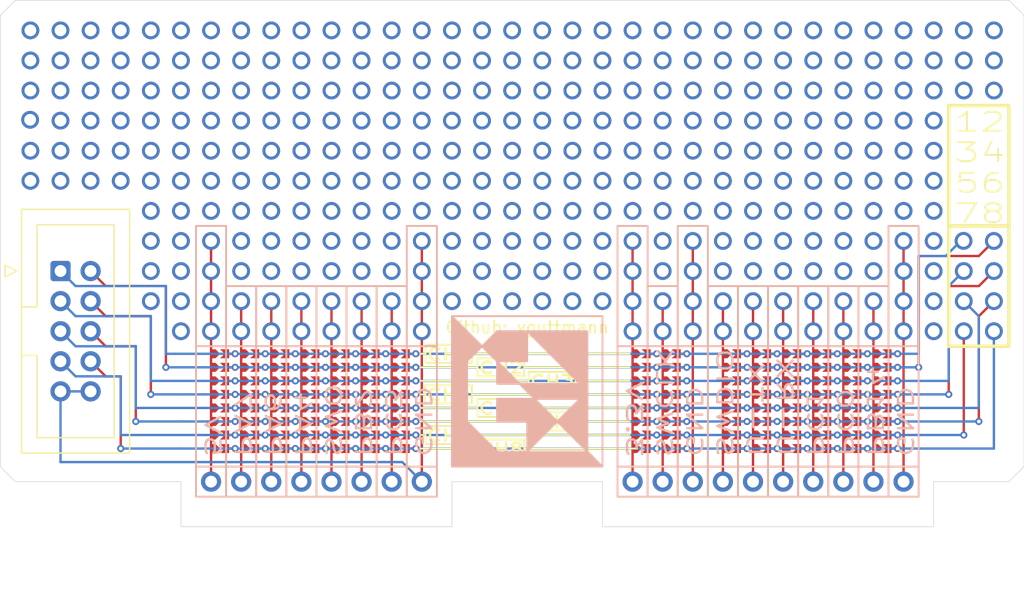
<source format=kicad_pcb>
(kicad_pcb (version 20240108) (generator "pcbnew") (generator_version "8.0")
  (layers (0 "F.Cu" signal) (31 "B.Cu" signal) (34 "B.Paste" user) (35 "F.Paste" user) (36 "B.SilkS" user "B.Silkscreen") (37 "F.SilkS" user "F.Silkscreen") (38 "B.Mask" user) (39 "F.Mask" user) (44 "Edge.Cuts" user))
  (net 0 "")
  (footprint "" (layer "F.Cu") (at 116.84 104.14)
    (property "Reference" "")
    (property "Value" "")
  )
  (footprint "" (layer "F.Cu") (at 144.78 106.68)
    (property "Reference" "")
    (property "Value" "")
  )
  (footprint "Relay:tinyjumper" (layer "F.Cu") (at 140.462 131.445)
    (property "Reference" "REF**" (hide yes))
    (property "Value" "tinyjumper" (hide yes))
  )
  (footprint "" (layer "F.Cu") (at 88.9 104.14)
    (property "Reference" "")
    (property "Value" "")
  )
  (footprint "" (layer "F.Cu") (at 152.4 104.14)
    (property "Reference" "")
    (property "Value" "")
  )
  (footprint "" (layer "F.Cu") (at 139.7 111.76)
    (property "Reference" "")
    (property "Value" "")
  )
  (footprint "" (layer "F.Cu") (at 86.36 121.92)
    (property "Reference" "")
    (property "Value" "")
  )
  (footprint "" (layer "F.Cu") (at 142.24 116.84)
    (property "Reference" "")
    (property "Value" "")
  )
  (footprint "" (layer "F.Cu") (at 88.9 121.92)
    (property "Reference" "")
    (property "Value" "")
  )
  (footprint "Relay:tinyjumper" (layer "F.Cu") (at 87.122 137.16)
    (property "Reference" "REF**" (hide yes))
    (property "Value" "tinyjumper" (hide yes))
  )
  (footprint "" (layer "F.Cu") (at 134.62 111.76)
    (property "Reference" "")
    (property "Value" "")
  )
  (footprint "" (layer "F.Cu") (at 114.3 119.38)
    (property "Reference" "")
    (property "Value" "")
  )
  (footprint "" (layer "F.Cu") (at 149.86 124.46)
    (property "Reference" "")
    (property "Value" "")
  )
  (footprint "" (layer "F.Cu") (at 139.7 116.84)
    (property "Reference" "")
    (property "Value" "")
  )
  (footprint "" (layer "F.Cu") (at 111.76 121.92)
    (property "Reference" "")
    (property "Value" "")
  )
  (footprint "" (layer "F.Cu") (at 129.54 116.84)
    (property "Reference" "")
    (property "Value" "")
  )
  (footprint "" (layer "F.Cu") (at 152.4 109.22)
    (property "Reference" "")
    (property "Value" "")
  )
  (footprint "" (layer "F.Cu") (at 109.22 106.68)
    (property "Reference" "")
    (property "Value" "")
  )
  (footprint "" (layer "F.Cu") (at 142.24 127)
    (property "Reference" "")
    (property "Value" "")
  )
  (footprint "Relay:tinyjumper" (layer "F.Cu") (at 130.302 134.874)
    (property "Reference" "REF**" (hide yes))
    (property "Value" "tinyjumper" (hide yes))
  )
  (footprint "" (layer "F.Cu") (at 124.46 114.3)
    (property "Reference" "")
    (property "Value" "")
  )
  (footprint "" (layer "F.Cu") (at 114.3 116.84)
    (property "Reference" "")
    (property "Value" "")
  )
  (footprint "" (layer "F.Cu") (at 142.24 124.46)
    (property "Reference" "")
    (property "Value" "")
  )
  (footprint "" (layer "F.Cu") (at 127 104.14)
    (property "Reference" "")
    (property "Value" "")
  )
  (footprint "" (layer "F.Cu") (at 109.22 104.14)
    (property "Reference" "")
    (property "Value" "")
  )
  (footprint "" (layer "F.Cu") (at 119.38 119.38)
    (property "Reference" "")
    (property "Value" "")
  )
  (footprint "" (layer "F.Cu") (at 149.839316 121.912195)
    (property "Reference" "")
    (property "Value" "")
  )
  (footprint "" (layer "F.Cu") (at 144.78 104.14)
    (property "Reference" "")
    (property "Value" "")
  )
  (footprint "" (layer "F.Cu") (at 109.22 119.38)
    (property "Reference" "")
    (property "Value" "")
  )
  (footprint "Relay:tinyjumper" (layer "F.Cu") (at 102.362 139.446)
    (property "Reference" "REF**" (hide yes))
    (property "Value" "tinyjumper" (hide yes))
  )
  (footprint "" (layer "F.Cu") (at 71.12 104.14)
    (property "Reference" "")
    (property "Value" "")
  )
  (footprint "Relay:tinyjumper" (layer "F.Cu") (at 137.922 132.588)
    (property "Reference" "REF**" (hide yes))
    (property "Value" "tinyjumper" (hide yes))
  )
  (footprint "" (layer "F.Cu") (at 152.4 121.92)
    (property "Reference" "")
    (property "Value" "")
  )
  (footprint "Relay:tinyjumper" (layer "F.Cu") (at 137.922 131.445)
    (property "Reference" "REF**" (hide yes))
    (property "Value" "tinyjumper" (hide yes))
  )
  (footprint "" (layer "F.Cu") (at 132.08 121.92)
    (property "Reference" "")
    (property "Value" "")
  )
  (footprint "" (layer "F.Cu") (at 93.98 119.38)
    (property "Reference" "")
    (property "Value" "")
  )
  (footprint "" (layer "F.Cu") (at 76.2 111.76)
    (property "Reference" "")
    (property "Value" "")
  )
  (footprint "" (layer "F.Cu") (at 149.86 129.54)
    (property "Reference" "")
    (property "Value" "")
  )
  (footprint "Relay:tinyjumper" (layer "F.Cu") (at 94.742 133.731)
    (property "Reference" "REF**" (hide yes))
    (property "Value" "tinyjumper" (hide yes))
  )
  (footprint "" (layer "F.Cu") (at 88.9 124.46)
    (property "Reference" "")
    (property "Value" "")
  )
  (footprint "" (layer "F.Cu") (at 93.98 127)
    (property "Reference" "")
    (property "Value" "")
  )
  (footprint "Relay:tinyjumper" (layer "F.Cu") (at 140.462 132.588)
    (property "Reference" "REF**" (hide yes))
    (property "Value" "tinyjumper" (hide yes))
  )
  (footprint "" (layer "F.Cu") (at 91.44 124.46)
    (property "Reference" "")
    (property "Value" "")
  )
  (footprint "Relay:tinyjumper" (layer "F.Cu") (at 132.842 137.16)
    (property "Reference" "REF**" (hide yes))
    (property "Value" "tinyjumper" (hide yes))
  )
  (footprint "" (layer "F.Cu") (at 139.7 104.14)
    (property "Reference" "")
    (property "Value" "")
  )
  (footprint "" (layer "F.Cu") (at 88.9 129.54)
    (property "Reference" "")
    (property "Value" "")
  )
  (footprint "" (layer "F.Cu") (at 109.22 116.84)
    (property "Reference" "")
    (property "Value" "")
  )
  (footprint "Relay:tinyjumper" (layer "F.Cu") (at 143.002 132.588)
    (property "Reference" "REF**" (hide yes))
    (property "Value" "tinyjumper" (hide yes))
  )
  (footprint "" (layer "F.Cu") (at 114.3 121.92)
    (property "Reference" "")
    (property "Value" "")
  )
  (footprint "" (layer "F.Cu") (at 93.98 116.84)
    (property "Reference" "")
    (property "Value" "")
  )
  (footprint "" (layer "F.Cu") (at 147.32 116.84)
    (property "Reference" "")
    (property "Value" "")
  )
  (footprint "" (layer "F.Cu") (at 129.54 109.22)
    (property "Reference" "")
    (property "Value" "")
  )
  (footprint "" (layer "F.Cu") (at 111.76 124.46)
    (property "Reference" "")
    (property "Value" "")
  )
  (footprint "Connector_IDC:IDC-Header_2x05_P2.54mm_Vertical" (layer "F.Cu") (at 73.66 124.46)
    (property "Reference" "REF1" (hide yes))
    (property "Value" "IDC-Header_2x05_P2.54mm_Vertical" (hide yes))
  )
  (footprint "" (layer "F.Cu") (at 139.7 114.3)
    (property "Reference" "")
    (property "Value" "")
  )
  (footprint "Relay:tinyjumper" (layer "F.Cu") (at 87.122 134.874)
    (property "Reference" "REF**" (hide yes))
    (property "Value" "tinyjumper" (hide yes))
  )
  (footprint "Relay:tinyjumper" (layer "F.Cu") (at 102.362 138.303)
    (property "Reference" "REF**" (hide yes))
    (property "Value" "tinyjumper" (hide yes))
  )
  (footprint "" (layer "F.Cu") (at 106.68 114.3)
    (property "Reference" "")
    (property "Value" "")
  )
  (footprint "" (layer "F.Cu") (at 134.62 129.54)
    (property "Reference" "")
    (property "Value" "")
  )
  (footprint "" (layer "F.Cu") (at 111.76 116.84)
    (property "Reference" "")
    (property "Value" "")
  )
  (footprint "" (layer "F.Cu") (at 121.92 104.14)
    (property "Reference" "")
    (property "Value" "")
  )
  (footprint "" (layer "F.Cu") (at 121.92 109.22)
    (property "Reference" "")
    (property "Value" "")
  )
  (footprint "Relay:tinyjumper" (layer "F.Cu") (at 87.122 132.588)
    (property "Reference" "REF**" (hide yes))
    (property "Value" "tinyjumper" (hide yes))
  )
  (footprint "" (layer "F.Cu") (at 106.68 124.46)
    (property "Reference" "")
    (property "Value" "")
  )
  (footprint "Relay:tinyjumper" (layer "F.Cu") (at 125.222 136.017)
    (property "Reference" "REF**" (hide yes))
    (property "Value" "tinyjumper" (hide yes))
  )
  (footprint "" (layer "F.Cu") (at 96.52 106.68)
    (property "Reference" "")
    (property "Value" "")
  )
  (footprint "Relay:tinyjumper" (layer "F.Cu") (at 122.682 134.874)
    (property "Reference" "REF**" (hide yes))
    (property "Value" "tinyjumper" (hide yes))
  )
  (footprint "" (layer "F.Cu") (at 147.32 106.68)
    (property "Reference" "")
    (property "Value" "")
  )
  (footprint "" (layer "F.Cu") (at 121.92 116.84)
    (property "Reference" "")
    (property "Value" "")
  )
  (footprint "" (layer "F.Cu") (at 111.76 109.22)
    (property "Reference" "")
    (property "Value" "")
  )
  (footprint "" (layer "F.Cu") (at 144.78 121.92)
    (property "Reference" "")
    (property "Value" "")
  )
  (footprint "" (layer "F.Cu") (at 114.3 109.22)
    (property "Reference" "")
    (property "Value" "")
  )
  (footprint "" (layer "F.Cu") (at 142.24 129.54)
    (property "Reference" "")
    (property "Value" "")
  )
  (footprint "" (layer "F.Cu") (at 124.46 127)
    (property "Reference" "")
    (property "Value" "")
  )
  (footprint "" (layer "F.Cu") (at 104.14 121.92)
    (property "Reference" "")
    (property "Value" "")
  )
  (footprint "Relay:tinyjumper" (layer "F.Cu") (at 130.302 132.588)
    (property "Reference" "REF**" (hide yes))
    (property "Value" "tinyjumper" (hide yes))
  )
  (footprint "Relay:tinyjumper" (layer "F.Cu") (at 89.662 132.588)
    (property "Reference" "REF**" (hide yes))
    (property "Value" "tinyjumper" (hide yes))
  )
  (footprint "" (layer "F.Cu") (at 73.66 116.84)
    (property "Reference" "")
    (property "Value" "")
  )
  (footprint "" (layer "F.Cu") (at 149.86 104.14)
    (property "Reference" "")
    (property "Value" "")
  )
  (footprint "" (layer "F.Cu") (at 144.78 119.38)
    (property "Reference" "")
    (property "Value" "")
  )
  (footprint "Relay:tinyjumper" (layer "F.Cu") (at 102.362 136.017)
    (property "Reference" "REF**" (hide yes))
    (property "Value" "tinyjumper" (hide yes))
  )
  (footprint "" (layer "F.Cu") (at 137.16 109.22)
    (property "Reference" "")
    (property "Value" "")
  )
  (footprint "Relay:tinyjumper" (layer "F.Cu") (at 132.842 132.588)
    (property "Reference" "REF**" (hide yes))
    (property "Value" "tinyjumper" (hide yes))
  )
  (footprint "" (layer "F.Cu") (at 139.7 121.92)
    (property "Reference" "")
    (property "Value" "")
  )
  (footprint "Relay:tinyjumper" (layer "F.Cu") (at 122.682 137.16)
    (property "Reference" "REF**" (hide yes))
    (property "Value" "tinyjumper" (hide yes))
  )
  (footprint "" (layer "F.Cu") (at 106.68 121.92)
    (property "Reference" "")
    (property "Value" "")
  )
  (footprint "Relay:tinyjumper" (layer "F.Cu") (at 89.662 139.446)
    (property "Reference" "REF**" (hide yes))
    (property "Value" "tinyjumper" (hide yes))
  )
  (footprint "" (layer "F.Cu") (at 88.9 119.38)
    (property "Reference" "")
    (property "Value" "")
  )
  (footprint "" (layer "F.Cu") (at 83.82 119.38)
    (property "Reference" "")
    (property "Value" "")
  )
  (footprint "" (layer "F.Cu") (at 104.14 116.84)
    (property "Reference" "")
    (property "Value" "")
  )
  (footprint "" (layer "F.Cu") (at 121.92 124.46)
    (property "Reference" "")
    (property "Value" "")
  )
  (footprint "Relay:tinyjumper" (layer "F.Cu") (at 89.662 134.874)
    (property "Reference" "REF**" (hide yes))
    (property "Value" "tinyjumper" (hide yes))
  )
  (footprint "Relay:tinyjumper" (layer "F.Cu") (at 97.282 139.446)
    (property "Reference" "REF**" (hide yes))
    (property "Value" "tinyjumper" (hide yes))
  )
  (footprint "Relay:tinyjumper" (layer "F.Cu") (at 87.122 131.445)
    (property "Reference" "REF**" (hide yes))
    (property "Value" "tinyjumper" (hide yes))
  )
  (footprint "" (layer "F.Cu") (at 119.38 127)
    (property "Reference" "")
    (property "Value" "")
  )
  (footprint "" (layer "F.Cu") (at 116.84 127)
    (property "Reference" "")
    (property "Value" "")
  )
  (footprint "" (layer "F.Cu") (at 99.06 106.68)
    (property "Reference" "")
    (property "Value" "")
  )
  (footprint "Relay:tinyjumper" (layer "F.Cu") (at 132.842 138.303)
    (property "Reference" "REF**" (hide yes))
    (property "Value" "tinyjumper" (hide yes))
  )
  (footprint "" (layer "F.Cu") (at 93.98 114.3)
    (property "Reference" "")
    (property "Value" "")
  )
  (footprint "Relay:tinyjumper" (layer "F.Cu") (at 97.282 136.017)
    (property "Reference" "REF**" (hide yes))
    (property "Value" "tinyjumper" (hide yes))
  )
  (footprint "" (layer "F.Cu") (at 71.12 116.84)
    (property "Reference" "")
    (property "Value" "")
  )
  (footprint "" (layer "F.Cu") (at 83.82 121.92)
    (property "Reference" "")
    (property "Value" "")
  )
  (footprint "Relay:tinyjumper" (layer "F.Cu") (at 92.202 131.445)
    (property "Reference" "REF**" (hide yes))
    (property "Value" "tinyjumper" (hide yes))
  )
  (footprint "" (layer "F.Cu") (at 139.7 119.38)
    (property "Reference" "")
    (property "Value" "")
  )
  (footprint "" (layer "F.Cu") (at 114.3 124.46)
    (property "Reference" "")
    (property "Value" "")
  )
  (footprint "" (layer "F.Cu") (at 104.14 106.68)
    (property "Reference" "")
    (property "Value" "")
  )
  (footprint "" (layer "F.Cu") (at 144.78 111.76)
    (property "Reference" "")
    (property "Value" "")
  )
  (footprint "Relay:tinyjumper" (layer "F.Cu") (at 92.202 137.16)
    (property "Reference" "REF**" (hide yes))
    (property "Value" "tinyjumper" (hide yes))
  )
  (footprint "Relay:tinyjumper" (layer "F.Cu") (at 87.122 139.446)
    (property "Reference" "REF**" (hide yes))
    (property "Value" "tinyjumper" (hide yes))
  )
  (footprint "" (layer "F.Cu") (at 101.6 127)
    (property "Reference" "")
    (property "Value" "")
  )
  (footprint "" (layer "F.Cu") (at 124.46 111.76)
    (property "Reference" "")
    (property "Value" "")
  )
  (footprint "" (layer "F.Cu") (at 147.32 104.14)
    (property "Reference" "")
    (property "Value" "")
  )
  (footprint "Relay:tinyjumper" (layer "F.Cu") (at 125.222 139.446)
    (property "Reference" "REF**" (hide yes))
    (property "Value" "tinyjumper" (hide yes))
  )
  (footprint "" (layer "F.Cu") (at 114.3 127)
    (property "Reference" "")
    (property "Value" "")
  )
  (footprint "" (layer "F.Cu") (at 109.22 109.22)
    (property "Reference" "")
    (property "Value" "")
  )
  (footprint "" (layer "F.Cu") (at 134.62 124.46)
    (property "Reference" "")
    (property "Value" "")
  )
  (footprint "" (layer "F.Cu") (at 142.24 121.92)
    (property "Reference" "")
    (property "Value" "")
  )
  (footprint "" (layer "F.Cu") (at 104.14 111.76)
    (property "Reference" "")
    (property "Value" "")
  )
  (footprint "" (layer "F.Cu") (at 96.52 127)
    (property "Reference" "")
    (property "Value" "")
  )
  (footprint "Relay:tinyjumper" (layer "F.Cu") (at 125.222 132.588)
    (property "Reference" "REF**" (hide yes))
    (property "Value" "tinyjumper" (hide yes))
  )
  (footprint "" (layer "F.Cu") (at 132.08 114.3)
    (property "Reference" "")
    (property "Value" "")
  )
  (footprint "" (layer "F.Cu") (at 116.84 124.46)
    (property "Reference" "")
    (property "Value" "")
  )
  (footprint "" (layer "F.Cu") (at 137.16 129.54)
    (property "Reference" "")
    (property "Value" "")
  )
  (footprint "" (layer "F.Cu") (at 137.16 104.14)
    (property "Reference" "")
    (property "Value" "")
  )
  (footprint "" (layer "F.Cu") (at 96.52 114.3)
    (property "Reference" "")
    (property "Value" "")
  )
  (footprint "" (layer "F.Cu") (at 88.9 127)
    (property "Reference" "")
    (property "Value" "")
  )
  (footprint "" (layer "F.Cu") (at 86.36 114.3)
    (property "Reference" "")
    (property "Value" "")
  )
  (footprint "" (layer "F.Cu") (at 129.54 104.14)
    (property "Reference" "")
    (property "Value" "")
  )
  (footprint "" (layer "F.Cu") (at 147.32 111.76)
    (property "Reference" "")
    (property "Value" "")
  )
  (footprint "" (layer "F.Cu") (at 137.16 114.3)
    (property "Reference" "")
    (property "Value" "")
  )
  (footprint "Relay:tinyjumper" (layer "F.Cu") (at 97.282 134.874)
    (property "Reference" "REF**" (hide yes))
    (property "Value" "tinyjumper" (hide yes))
  )
  (footprint "" (layer "F.Cu") (at 83.82 124.46)
    (property "Reference" "")
    (property "Value" "")
  )
  (footprint "" (layer "F.Cu") (at 129.54 129.54)
    (property "Reference" "")
    (property "Value" "")
  )
  (footprint "" (layer "F.Cu") (at 86.36 127)
    (property "Reference" "")
    (property "Value" "")
  )
  (footprint "" (layer "F.Cu") (at 106.68 104.14)
    (property "Reference" "")
    (property "Value" "")
  )
  (footprint "" (layer "F.Cu") (at 137.16 121.92)
    (property "Reference" "")
    (property "Value" "")
  )
  (footprint "" (layer "F.Cu") (at 132.08 119.38)
    (property "Reference" "")
    (property "Value" "")
  )
  (footprint "Relay:tinyjumper" (layer "F.Cu") (at 132.842 136.017)
    (property "Reference" "REF**" (hide yes))
    (property "Value" "tinyjumper" (hide yes))
  )
  (footprint "" (layer "F.Cu") (at 119.38 106.68)
    (property "Reference" "")
    (property "Value" "")
  )
  (footprint "" (layer "F.Cu") (at 147.32 114.3)
    (property "Reference" "")
    (property "Value" "")
  )
  (footprint "Relay:tinyjumper" (layer "F.Cu") (at 137.922 139.446)
    (property "Reference" "REF**" (hide yes))
    (property "Value" "tinyjumper" (hide yes))
  )
  (footprint "" (layer "F.Cu") (at 144.78 114.3)
    (property "Reference" "")
    (property "Value" "")
  )
  (footprint "" (layer "F.Cu") (at 119.38 121.92)
    (property "Reference" "")
    (property "Value" "")
  )
  (footprint "Relay:tinyjumper" (layer "F.Cu") (at 94.742 132.588)
    (property "Reference" "REF**" (hide yes))
    (property "Value" "tinyjumper" (hide yes))
  )
  (footprint "" (layer "F.Cu") (at 78.74 109.22)
    (property "Reference" "")
    (property "Value" "")
  )
  (footprint "" (layer "F.Cu") (at 101.6 129.54)
    (property "Reference" "")
    (property "Value" "")
  )
  (footprint "Relay:tinyjumper" (layer "F.Cu") (at 143.002 136.017)
    (property "Reference" "REF**" (hide yes))
    (property "Value" "tinyjumper" (hide yes))
  )
  (footprint "Relay:tinyjumper" (layer "F.Cu") (at 99.822 134.874)
    (property "Reference" "REF**" (hide yes))
    (property "Value" "tinyjumper" (hide yes))
  )
  (footprint "Relay:tinyjumper" (layer "F.Cu") (at 99.822 137.16)
    (property "Reference" "REF**" (hide yes))
    (property "Value" "tinyjumper" (hide yes))
  )
  (footprint "" (layer "F.Cu") (at 96.52 129.54)
    (property "Reference" "")
    (property "Value" "")
  )
  (footprint "" (layer "F.Cu") (at 119.38 111.76)
    (property "Reference" "")
    (property "Value" "")
  )
  (footprint "" (layer "F.Cu") (at 106.68 106.68)
    (property "Reference" "")
    (property "Value" "")
  )
  (footprint "Relay:tinyjumper" (layer "F.Cu") (at 92.202 133.731)
    (property "Reference" "REF**" (hide yes))
    (property "Value" "tinyjumper" (hide yes))
  )
  (footprint "" (layer "F.Cu") (at 111.76 114.3)
    (property "Reference" "")
    (property "Value" "")
  )
  (footprint "Relay:tinyjumper" (layer "F.Cu") (at 122.682 139.446)
    (property "Reference" "REF**" (hide yes))
    (property "Value" "tinyjumper" (hide yes))
  )
  (footprint "" (layer "F.Cu") (at 132.08 127)
    (property "Reference" "")
    (property "Value" "")
  )
  (footprint "" (layer "F.Cu") (at 86.36 104.14)
    (property "Reference" "")
    (property "Value" "")
  )
  (footprint "" (layer "F.Cu") (at 81.28 109.22)
    (property "Reference" "")
    (property "Value" "")
  )
  (footprint "" (layer "F.Cu") (at 71.12 106.68)
    (property "Reference" "")
    (property "Value" "")
  )
  (footprint "Relay:tinyjumper" (layer "F.Cu") (at 97.282 133.731)
    (property "Reference" "REF**" (hide yes))
    (property "Value" "tinyjumper" (hide yes))
  )
  (footprint "" (layer "F.Cu") (at 119.38 109.22)
    (property "Reference" "")
    (property "Value" "")
  )
  (footprint "" (layer "F.Cu") (at 71.12 109.22)
    (property "Reference" "")
    (property "Value" "")
  )
  (footprint "" (layer "F.Cu") (at 86.36 119.38)
    (property "Reference" "")
    (property "Value" "")
  )
  (footprint "" (layer "F.Cu") (at 81.28 116.84)
    (property "Reference" "")
    (property "Value" "")
  )
  (footprint "" (layer "F.Cu") (at 134.62 109.22)
    (property "Reference" "")
    (property "Value" "")
  )
  (footprint "" (layer "F.Cu") (at 71.095966 111.688191)
    (property "Reference" "")
    (property "Value" "")
  )
  (footprint "Relay:tinyjumper" (layer "F.Cu") (at 140.462 139.446)
    (property "Reference" "REF**" (hide yes))
    (property "Value" "tinyjumper" (hide yes))
  )
  (footprint "" (layer "F.Cu") (at 104.14 119.38)
    (property "Reference" "")
    (property "Value" "")
  )
  (footprint "Relay:tinyjumper" (layer "F.Cu") (at 135.382 136.017)
    (property "Reference" "REF**" (hide yes))
    (property "Value" "tinyjumper" (hide yes))
  )
  (footprint "" (layer "F.Cu") (at 91.44 106.68)
    (property "Reference" "")
    (property "Value" "")
  )
  (footprint "" (layer "F.Cu") (at 152.4 124.46)
    (property "Reference" "")
    (property "Value" "")
  )
  (footprint "Relay:tinyjumper" (layer "F.Cu") (at 140.462 134.874)
    (property "Reference" "REF**" (hide yes))
    (property "Value" "tinyjumper" (hide yes))
  )
  (footprint "" (layer "F.Cu") (at 116.84 119.38)
    (property "Reference" "")
    (property "Value" "")
  )
  (footprint "" (layer "F.Cu") (at 142.24 111.76)
    (property "Reference" "")
    (property "Value" "")
  )
  (footprint "Relay:tinyjumper" (layer "F.Cu") (at 130.302 133.731)
    (property "Reference" "REF**" (hide yes))
    (property "Value" "tinyjumper" (hide yes))
  )
  (footprint "Relay:tinyjumper" (layer "F.Cu") (at 140.462 138.303)
    (property "Reference" "REF**" (hide yes))
    (property "Value" "tinyjumper" (hide yes))
  )
  (footprint "" (layer "F.Cu") (at 127 114.3)
    (property "Reference" "")
    (property "Value" "")
  )
  (footprint "" (layer "F.Cu") (at 71.12 114.3)
    (property "Reference" "")
    (property "Value" "")
  )
  (footprint "" (layer "F.Cu") (at 91.44 111.76)
    (property "Reference" "")
    (property "Value" "")
  )
  (footprint "" (layer "F.Cu") (at 73.66 114.3)
    (property "Reference" "")
    (property "Value" "")
  )
  (footprint "Relay:tinyjumper" (layer "F.Cu") (at 94.742 131.445)
    (property "Reference" "REF**" (hide yes))
    (property "Value" "tinyjumper" (hide yes))
  )
  (footprint "Relay:tinyjumper" (layer "F.Cu") (at 137.922 137.16)
    (property "Reference" "REF**" (hide yes))
    (property "Value" "tinyjumper" (hide yes))
  )
  (footprint "" (layer "F.Cu") (at 127 124.46)
    (property "Reference" "")
    (property "Value" "")
  )
  (footprint "" (layer "F.Cu") (at 116.84 121.92)
    (property "Reference" "")
    (property "Value" "")
  )
  (footprint "" (layer "F.Cu") (at 86.36 106.68)
    (property "Reference" "")
    (property "Value" "")
  )
  (footprint "" (layer "F.Cu") (at 91.44 109.22)
    (property "Reference" "")
    (property "Value" "")
  )
  (footprint "" (layer "F.Cu") (at 134.62 121.92)
    (property "Reference" "")
    (property "Value" "")
  )
  (footprint "" (layer "F.Cu") (at 99.06 104.14)
    (property "Reference" "")
    (property "Value" "")
  )
  (footprint "" (layer "F.Cu") (at 116.84 111.76)
    (property "Reference" "")
    (property "Value" "")
  )
  (footprint "Relay:tinyjumper" (layer "F.Cu") (at 102.362 137.16)
    (property "Reference" "REF**" (hide yes))
    (property "Value" "tinyjumper" (hide yes))
  )
  (footprint "" (layer "F.Cu") (at 101.6 124.46)
    (property "Reference" "")
    (property "Value" "")
  )
  (footprint "" (layer "F.Cu") (at 137.16 111.76)
    (property "Reference" "")
    (property "Value" "")
  )
  (footprint "" (layer "F.Cu") (at 127 116.84)
    (property "Reference" "")
    (property "Value" "")
  )
  (footprint "" (layer "F.Cu") (at 91.44 104.14)
    (property "Reference" "")
    (property "Value" "")
  )
  (footprint "" (layer "F.Cu") (at 132.08 106.68)
    (property "Reference" "")
    (property "Value" "")
  )
  (footprint "" (layer "F.Cu") (at 106.68 116.84)
    (property "Reference" "")
    (property "Value" "")
  )
  (footprint "" (layer "F.Cu") (at 127 127)
    (property "Reference" "")
    (property "Value" "")
  )
  (footprint "" (layer "F.Cu") (at 96.52 109.22)
    (property "Reference" "")
    (property "Value" "")
  )
  (footprint "Relay:tinyjumper" (layer "F.Cu") (at 99.822 133.731)
    (property "Reference" "REF**" (hide yes))
    (property "Value" "tinyjumper" (hide yes))
  )
  (footprint "" (layer "F.Cu") (at 127 129.54)
    (property "Reference" "")
    (property "Value" "")
  )
  (footprint "" (layer "F.Cu") (at 137.16 127)
    (property "Reference" "")
    (property "Value" "")
  )
  (footprint "" (layer "F.Cu") (at 78.74 116.84)
    (property "Reference" "")
    (property "Value" "")
  )
  (footprint "" (layer "F.Cu") (at 142.24 104.14)
    (property "Reference" "")
    (property "Value" "")
  )
  (footprint "" (layer "F.Cu") (at 139.7 129.54)
    (property "Reference" "")
    (property "Value" "")
  )
  (footprint "" (layer "F.Cu") (at 99.06 124.46)
    (property "Reference" "")
    (property "Value" "")
  )
  (footprint "" (layer "F.Cu") (at 124.46 119.38)
    (property "Reference" "")
    (property "Value" "")
  )
  (footprint "" (layer "F.Cu") (at 147.32 119.38)
    (property "Reference" "")
    (property "Value" "")
  )
  (footprint "" (layer "F.Cu") (at 144.78 129.54)
    (property "Reference" "")
    (property "Value" "")
  )
  (footprint "" (layer "F.Cu") (at 119.38 116.84)
    (property "Reference" "")
    (property "Value" "")
  )
  (footprint "Relay:tinyjumper" (layer "F.Cu") (at 143.002 138.303)
    (property "Reference" "REF**" (hide yes))
    (property "Value" "tinyjumper" (hide yes))
  )
  (footprint "Relay:tinyjumper" (layer "F.Cu") (at 122.682 136.017)
    (property "Reference" "REF**" (hide yes))
    (property "Value" "tinyjumper" (hide yes))
  )
  (footprint "Relay:tinyjumper" (layer "F.Cu") (at 140.462 137.16)
    (property "Reference" "REF**" (hide yes))
    (property "Value" "tinyjumper" (hide yes))
  )
  (footprint "" (layer "F.Cu") (at 116.84 114.3)
    (property "Reference" "")
    (property "Value" "")
  )
  (footprint "Relay:tinyjumper" (layer "F.Cu") (at 125.222 138.303)
    (property "Reference" "REF**" (hide yes))
    (property "Value" "tinyjumper" (hide yes))
  )
  (footprint "Relay:tinyjumper" (layer "F.Cu") (at 92.202 138.303)
    (property "Reference" "REF**" (hide yes))
    (property "Value" "tinyjumper" (hide yes))
  )
  (footprint "" (layer "F.Cu") (at 129.54 127)
    (property "Reference" "")
    (property "Value" "")
  )
  (footprint "" (layer "F.Cu") (at 91.44 119.38)
    (property "Reference" "")
    (property "Value" "")
  )
  (footprint "" (layer "F.Cu") (at 147.32 129.54)
    (property "Reference" "")
    (property "Value" "")
  )
  (footprint "" (layer "F.Cu") (at 111.76 104.14)
    (property "Reference" "")
    (property "Value" "")
  )
  (footprint "" (layer "F.Cu") (at 127 106.68)
    (property "Reference" "")
    (property "Value" "")
  )
  (footprint "Relay:tinyjumper" (layer "F.Cu") (at 132.842 131.445)
    (property "Reference" "REF**" (hide yes))
    (property "Value" "tinyjumper" (hide yes))
  )
  (footprint "" (layer "F.Cu") (at 116.84 116.84)
    (property "Reference" "")
    (property "Value" "")
  )
  (footprint "" (layer "F.Cu") (at 119.38 104.14)
    (property "Reference" "")
    (property "Value" "")
  )
  (footprint "" (layer "F.Cu") (at 132.08 129.54)
    (property "Reference" "")
    (property "Value" "")
  )
  (footprint "Relay:tinyjumper" (layer "F.Cu") (at 89.662 138.303)
    (property "Reference" "REF**" (hide yes))
    (property "Value" "tinyjumper" (hide yes))
  )
  (footprint "Relay:tinyjumper" (layer "F.Cu") (at 135.382 134.874)
    (property "Reference" "REF**" (hide yes))
    (property "Value" "tinyjumper" (hide yes))
  )
  (footprint "" (layer "F.Cu") (at 78.74 104.14)
    (property "Reference" "")
    (property "Value" "")
  )
  (footprint "" (layer "F.Cu") (at 83.82 116.84)
    (property "Reference" "")
    (property "Value" "")
  )
  (footprint "" (layer "F.Cu") (at 93.98 109.22)
    (property "Reference" "")
    (property "Value" "")
  )
  (footprint "Relay:tinyjumper" (layer "F.Cu") (at 97.282 138.303)
    (property "Reference" "REF**" (hide yes))
    (property "Value" "tinyjumper" (hide yes))
  )
  (footprint "" (layer "F.Cu") (at 124.46 104.14)
    (property "Reference" "")
    (property "Value" "")
  )
  (footprint "" (layer "F.Cu") (at 83.82 106.68)
    (property "Reference" "")
    (property "Value" "")
  )
  (footprint "" (layer "F.Cu") (at 81.28 124.46)
    (property "Reference" "")
    (property "Value" "")
  )
  (footprint "" (layer "F.Cu") (at 81.28 104.14)
    (property "Reference" "")
    (property "Value" "")
  )
  (footprint "" (layer "F.Cu") (at 101.6 119.38)
    (property "Reference" "")
    (property "Value" "")
  )
  (footprint "" (layer "F.Cu") (at 127 111.76)
    (property "Reference" "")
    (property "Value" "")
  )
  (footprint "" (layer "F.Cu") (at 121.92 119.38)
    (property "Reference" "")
    (property "Value" "")
  )
  (footprint "" (layer "F.Cu") (at 116.84 109.22)
    (property "Reference" "")
    (property "Value" "")
  )
  (footprint "Relay:tinyjumper" (layer "F.Cu") (at 97.282 131.445)
    (property "Reference" "REF**" (hide yes))
    (property "Value" "tinyjumper" (hide yes))
  )
  (footprint "" (layer "F.Cu") (at 81.28 111.76)
    (property "Reference" "")
    (property "Value" "")
  )
  (footprint "" (layer "F.Cu") (at 111.76 106.68)
    (property "Reference" "")
    (property "Value" "")
  )
  (footprint "Relay:tinyjumper" (layer "F.Cu") (at 135.382 133.731)
    (property "Reference" "REF**" (hide yes))
    (property "Value" "tinyjumper" (hide yes))
  )
  (footprint "Relay:tinyjumper" (layer "F.Cu") (at 140.462 133.731)
    (property "Reference" "REF**" (hide yes))
    (property "Value" "tinyjumper" (hide yes))
  )
  (footprint "" (layer "F.Cu") (at 86.36 129.54)
    (property "Reference" "")
    (property "Value" "")
  )
  (footprint "" (layer "F.Cu") (at 83.82 114.3)
    (property "Reference" "")
    (property "Value" "")
  )
  (footprint "" (layer "F.Cu") (at 99.06 119.38)
    (property "Reference" "")
    (property "Value" "")
  )
  (footprint "Relay:tinyjumper" (layer "F.Cu") (at 102.362 132.588)
    (property "Reference" "REF**" (hide yes))
    (property "Value" "tinyjumper" (hide yes))
  )
  (footprint "" (layer "F.Cu") (at 109.22 121.92)
    (property "Reference" "")
    (property "Value" "")
  )
  (footprint "Relay:tinyjumper" (layer "F.Cu") (at 92.202 136.017)
    (property "Reference" "REF**" (hide yes))
    (property "Value" "tinyjumper" (hide yes))
  )
  (footprint "Relay:tinyjumper" (layer "F.Cu") (at 135.382 138.303)
    (property "Reference" "REF**" (hide yes))
    (property "Value" "tinyjumper" (hide yes))
  )
  (footprint "" (layer "F.Cu") (at 129.54 119.38)
    (property "Reference" "")
    (property "Value" "")
  )
  (footprint "" (layer "F.Cu") (at 83.82 109.22)
    (property "Reference" "")
    (property "Value" "")
  )
  (footprint "Relay:tinyjumper" (layer "F.Cu") (at 102.362 131.445)
    (property "Reference" "REF**" (hide yes))
    (property "Value" "tinyjumper" (hide yes))
  )
  (footprint "" (layer "F.Cu") (at 137.16 106.68)
    (property "Reference" "")
    (property "Value" "")
  )
  (footprint "" (layer "F.Cu") (at 114.3 104.14)
    (property "Reference" "")
    (property "Value" "")
  )
  (footprint "" (layer "F.Cu") (at 129.54 114.3)
    (property "Reference" "")
    (property "Value" "")
  )
  (footprint "" (layer "F.Cu") (at 132.08 109.22)
    (property "Reference" "")
    (property "Value" "")
  )
  (footprint "" (layer "F.Cu") (at 76.2 106.68)
    (property "Reference" "")
    (property "Value" "")
  )
  (footprint "" (layer "F.Cu") (at 83.82 127)
    (property "Reference" "")
    (property "Value" "")
  )
  (footprint "Relay:tinyjumper" (layer "F.Cu") (at 130.302 139.446)
    (property "Reference" "REF**" (hide yes))
    (property "Value" "tinyjumper" (hide yes))
  )
  (footprint "" (layer "F.Cu") (at 91.44 127)
    (property "Reference" "")
    (property "Value" "")
  )
  (footprint "" (layer "F.Cu") (at 99.06 111.76)
    (property "Reference" "")
    (property "Value" "")
  )
  (footprint "Relay:tinyjumper" (layer "F.Cu") (at 143.002 139.446)
    (property "Reference" "REF**" (hide yes))
    (property "Value" "tinyjumper" (hide yes))
  )
  (footprint "" (layer "F.Cu") (at 96.52 116.84)
    (property "Reference" "")
    (property "Value" "")
  )
  (footprint "" (layer "F.Cu") (at 101.6 121.92)
    (property "Reference" "")
    (property "Value" "")
  )
  (footprint "Relay:tinyjumper" (layer "F.Cu") (at 87.122 133.731)
    (property "Reference" "REF**" (hide yes))
    (property "Value" "tinyjumper" (hide yes))
  )
  (footprint "" (layer "F.Cu") (at 93.98 129.54)
    (property "Reference" "")
    (property "Value" "")
  )
  (footprint "" (layer "F.Cu") (at 152.4 106.68)
    (property "Reference" "")
    (property "Value" "")
  )
  (footprint "" (layer "F.Cu") (at 134.62 106.68)
    (property "Reference" "")
    (property "Value" "")
  )
  (footprint "" (layer "F.Cu") (at 86.36 109.22)
    (property "Reference" "")
    (property "Value" "")
  )
  (footprint "" (layer "F.Cu") (at 101.6 114.3)
    (property "Reference" "")
    (property "Value" "")
  )
  (footprint "" (layer "F.Cu") (at 96.52 121.92)
    (property "Reference" "")
    (property "Value" "")
  )
  (footprint "" (layer "F.Cu") (at 83.82 111.76)
    (property "Reference" "")
    (property "Value" "")
  )
  (footprint "" (layer "F.Cu") (at 88.9 111.76)
    (property "Reference" "")
    (property "Value" "")
  )
  (footprint "" (layer "F.Cu") (at 121.92 121.92)
    (property "Reference" "")
    (property "Value" "")
  )
  (footprint "" (layer "F.Cu") (at 124.46 121.92)
    (property "Reference" "")
    (property "Value" "")
  )
  (footprint "" (layer "F.Cu") (at 147.32 109.22)
    (property "Reference" "")
    (property "Value" "")
  )
  (footprint "" (layer "F.Cu") (at 91.44 129.54)
    (property "Reference" "")
    (property "Value" "")
  )
  (footprint "" (layer "F.Cu") (at 93.98 104.14)
    (property "Reference" "")
    (property "Value" "")
  )
  (footprint "Relay:tinyjumper" (layer "F.Cu") (at 125.222 131.445)
    (property "Reference" "REF**" (hide yes))
    (property "Value" "tinyjumper" (hide yes))
  )
  (footprint "" (layer "F.Cu") (at 124.46 124.46)
    (property "Reference" "")
    (property "Value" "")
  )
  (footprint "" (layer "F.Cu") (at 99.06 109.22)
    (property "Reference" "")
    (property "Value" "")
  )
  (footprint "" (layer "F.Cu") (at 114.3 111.76)
    (property "Reference" "")
    (property "Value" "")
  )
  (footprint "Relay:tinyjumper" (layer "F.Cu") (at 130.302 137.16)
    (property "Reference" "REF**" (hide yes))
    (property "Value" "tinyjumper" (hide yes))
  )
  (footprint "" (layer "F.Cu") (at 121.92 127)
    (property "Reference" "")
    (property "Value" "")
  )
  (footprint "" (layer "F.Cu") (at 104.14 129.54)
    (property "Reference" "")
    (property "Value" "")
  )
  (footprint "" (layer "F.Cu") (at 81.28 127)
    (property "Reference" "")
    (property "Value" "")
  )
  (footprint "" (layer "F.Cu") (at 88.9 109.22)
    (property "Reference" "")
    (property "Value" "")
  )
  (footprint "" (layer "F.Cu") (at 129.54 124.46)
    (property "Reference" "")
    (property "Value" "")
  )
  (footprint "" (layer "F.Cu") (at 81.28 106.68)
    (property "Reference" "")
    (property "Value" "")
  )
  (footprint "Relay:tinyjumper" (layer "F.Cu") (at 99.822 138.303)
    (property "Reference" "REF**" (hide yes))
    (property "Value" "tinyjumper" (hide yes))
  )
  (footprint "" (layer "F.Cu") (at 114.3 114.3)
    (property "Reference" "")
    (property "Value" "")
  )
  (footprint "Relay:tinyjumper" (layer "F.Cu") (at 89.662 136.017)
    (property "Reference" "REF**" (hide yes))
    (property "Value" "tinyjumper" (hide yes))
  )
  (footprint "" (layer "F.Cu") (at 93.98 111.76)
    (property "Reference" "")
    (property "Value" "")
  )
  (footprint "" (layer "F.Cu") (at 86.36 124.46)
    (property "Reference" "")
    (property "Value" "")
  )
  (footprint "" (layer "F.Cu") (at 144.78 127)
    (property "Reference" "")
    (property "Value" "")
  )
  (footprint "" (layer "F.Cu") (at 76.2 109.22)
    (property "Reference" "")
    (property "Value" "")
  )
  (footprint "" (layer "F.Cu") (at 142.24 114.3)
    (property "Reference" "")
    (property "Value" "")
  )
  (footprint "" (layer "F.Cu") (at 132.08 116.84)
    (property "Reference" "")
    (property "Value" "")
  )
  (footprint "" (layer "F.Cu") (at 109.22 111.76)
    (property "Reference" "")
    (property "Value" "")
  )
  (footprint "" (layer "F.Cu") (at 142.24 119.38)
    (property "Reference" "")
    (property "Value" "")
  )
  (footprint "" (layer "F.Cu") (at 144.78 124.46)
    (property "Reference" "")
    (property "Value" "")
  )
  (footprint "" (layer "F.Cu") (at 129.54 106.68)
    (property "Reference" "")
    (property "Value" "")
  )
  (footprint "Relay:tinyjumper" (layer "F.Cu") (at 125.222 133.731)
    (property "Reference" "REF**" (hide yes))
    (property "Value" "tinyjumper" (hide yes))
  )
  (footprint "" (layer "F.Cu") (at 93.98 106.68)
    (property "Reference" "")
    (property "Value" "")
  )
  (footprint "" (layer "F.Cu") (at 91.44 116.84)
    (property "Reference" "")
    (property "Value" "")
  )
  (footprint "Relay:tinyjumper" (layer "F.Cu") (at 125.222 134.874)
    (property "Reference" "REF**" (hide yes))
    (property "Value" "tinyjumper" (hide yes))
  )
  (footprint "" (layer "F.Cu") (at 101.6 104.14)
    (property "Reference" "")
    (property "Value" "")
  )
  (footprint "Relay:tinyjumper" (layer "F.Cu") (at 122.682 131.445)
    (property "Reference" "REF**" (hide yes))
    (property "Value" "tinyjumper" (hide yes))
  )
  (footprint "" (layer "F.Cu") (at 104.14 104.14)
    (property "Reference" "")
    (property "Value" "")
  )
  (footprint "" (layer "F.Cu") (at 73.66 104.14)
    (property "Reference" "")
    (property "Value" "")
  )
  (footprint "Relay:tinyjumper" (layer "F.Cu") (at 102.362 134.874)
    (property "Reference" "REF**" (hide yes))
    (property "Value" "tinyjumper" (hide yes))
  )
  (footprint "" (layer "F.Cu") (at 121.92 129.54)
    (property "Reference" "")
    (property "Value" "")
  )
  (footprint "Relay:tinyjumper" (layer "F.Cu") (at 87.122 138.303)
    (property "Reference" "REF**" (hide yes))
    (property "Value" "tinyjumper" (hide yes))
  )
  (footprint "Relay:tinyjumper" (layer "F.Cu") (at 99.822 131.445)
    (property "Reference" "REF**" (hide yes))
    (property "Value" "tinyjumper" (hide yes))
  )
  (footprint "Relay:tinyjumper" (layer "F.Cu") (at 89.662 137.16)
    (property "Reference" "REF**" (hide yes))
    (property "Value" "tinyjumper" (hide yes))
  )
  (footprint "" (layer "F.Cu") (at 99.06 114.3)
    (property "Reference" "")
    (property "Value" "")
  )
  (footprint "Relay:tinyjumper" (layer "F.Cu") (at 92.202 139.446)
    (property "Reference" "REF**" (hide yes))
    (property "Value" "tinyjumper" (hide yes))
  )
  (footprint "Relay:tinyjumper" (layer "F.Cu") (at 99.822 132.588)
    (property "Reference" "REF**" (hide yes))
    (property "Value" "tinyjumper" (hide yes))
  )
  (footprint "" (layer "F.Cu") (at 116.84 106.68)
    (property "Reference" "")
    (property "Value" "")
  )
  (footprint "Relay:tinyjumper" (layer "F.Cu") (at 137.922 134.874)
    (property "Reference" "REF**" (hide yes))
    (property "Value" "tinyjumper" (hide yes))
  )
  (footprint "Relay:tinyjumper" (layer "F.Cu") (at 99.822 139.446)
    (property "Reference" "REF**" (hide yes))
    (property "Value" "tinyjumper" (hide yes))
  )
  (footprint "" (layer "F.Cu") (at 152.4 127)
    (property "Reference" "")
    (property "Value" "")
  )
  (footprint "" (layer "F.Cu") (at 129.54 111.76)
    (property "Reference" "")
    (property "Value" "")
  )
  (footprint "Relay:tinyjumper" (layer "F.Cu") (at 97.282 137.16)
    (property "Reference" "REF**" (hide yes))
    (property "Value" "tinyjumper" (hide yes))
  )
  (footprint "" (layer "F.Cu") (at 96.52 124.46)
    (property "Reference" "")
    (property "Value" "")
  )
  (footprint "" (layer "F.Cu") (at 93.98 124.46)
    (property "Reference" "")
    (property "Value" "")
  )
  (footprint "Relay:tinyjumper" (layer "F.Cu") (at 132.842 133.731)
    (property "Reference" "REF**" (hide yes))
    (property "Value" "tinyjumper" (hide yes))
  )
  (footprint "" (layer "F.Cu") (at 127 109.22)
    (property "Reference" "")
    (property "Value" "")
  )
  (footprint "" (layer "F.Cu") (at 83.82 104.14)
    (property "Reference" "")
    (property "Value" "")
  )
  (footprint "" (layer "F.Cu") (at 147.32 121.92)
    (property "Reference" "")
    (property "Value" "")
  )
  (footprint "" (layer "F.Cu") (at 73.66 111.76)
    (property "Reference" "")
    (property "Value" "")
  )
  (footprint "" (layer "F.Cu") (at 106.68 127)
    (property "Reference" "")
    (property "Value" "")
  )
  (footprint "" (layer "F.Cu") (at 142.24 106.68)
    (property "Reference" "")
    (property "Value" "")
  )
  (footprint "Relay:tinyjumper" (layer "F.Cu") (at 122.682 138.303)
    (property "Reference" "REF**" (hide yes))
    (property "Value" "tinyjumper" (hide yes))
  )
  (footprint "" (layer "F.Cu") (at 91.44 114.3)
    (property "Reference" "")
    (property "Value" "")
  )
  (footprint "Relay:tinyjumper" (layer "F.Cu") (at 102.362 133.731)
    (property "Reference" "REF**" (hide yes))
    (property "Value" "tinyjumper" (hide yes))
  )
  (footprint "" (layer "F.Cu") (at 144.78 109.22)
    (property "Reference" "")
    (property "Value" "")
  )
  (footprint "Relay:tinyjumper" (layer "F.Cu") (at 135.382 131.445)
    (property "Reference" "REF**" (hide yes))
    (property "Value" "tinyjumper" (hide yes))
  )
  (footprint "Relay:tinyjumper" (layer "F.Cu") (at 94.742 138.303)
    (property "Reference" "REF**" (hide yes))
    (property "Value" "tinyjumper" (hide yes))
  )
  (footprint "Relay:tinyjumper" (layer "F.Cu") (at 130.302 131.445)
    (property "Reference" "REF**" (hide yes))
    (property "Value" "tinyjumper" (hide yes))
  )
  (footprint "" (layer "F.Cu") (at 134.62 116.84)
    (property "Reference" "")
    (property "Value" "")
  )
  (footprint "" (layer "F.Cu") (at 137.16 116.84)
    (property "Reference" "")
    (property "Value" "")
  )
  (footprint "Relay:tinyjumper" (layer "F.Cu") (at 97.282 132.588)
    (property "Reference" "REF**" (hide yes))
    (property "Value" "tinyjumper" (hide yes))
  )
  (footprint "Relay:tinyjumper" (layer "F.Cu") (at 87.122 136.017)
    (property "Reference" "REF**" (hide yes))
    (property "Value" "tinyjumper" (hide yes))
  )
  (footprint "" (layer "F.Cu") (at 101.6 106.68)
    (property "Reference" "")
    (property "Value" "")
  )
  (footprint "" (layer "F.Cu") (at 101.6 116.84)
    (property "Reference" "")
    (property "Value" "")
  )
  (footprint "" (layer "F.Cu") (at 99.06 129.54)
    (property "Reference" "")
    (property "Value" "")
  )
  (footprint "" (layer "F.Cu") (at 124.46 106.68)
    (property "Reference" "")
    (property "Value" "")
  )
  (footprint "Relay:tinyjumper" (layer "F.Cu") (at 135.382 137.16)
    (property "Reference" "REF**" (hide yes))
    (property "Value" "tinyjumper" (hide yes))
  )
  (footprint "" (layer "F.Cu") (at 147.32 124.46)
    (property "Reference" "")
    (property "Value" "")
  )
  (footprint "" (layer "F.Cu") (at 76.2 114.3)
    (property "Reference" "")
    (property "Value" "")
  )
  (footprint "" (layer "F.Cu") (at 83.82 129.54)
    (property "Reference" "")
    (property "Value" "")
  )
  (footprint "" (layer "F.Cu") (at 109.22 124.46)
    (property "Reference" "")
    (property "Value" "")
  )
  (footprint "" (layer "F.Cu") (at 139.7 109.22)
    (property "Reference" "")
    (property "Value" "")
  )
  (footprint "Relay:tinyjumper" (layer "F.Cu") (at 89.662 133.731)
    (property "Reference" "REF**" (hide yes))
    (property "Value" "tinyjumper" (hide yes))
  )
  (footprint "Relay:tinyjumper" (layer "F.Cu") (at 143.002 131.445)
    (property "Reference" "REF**" (hide yes))
    (property "Value" "tinyjumper" (hide yes))
  )
  (footprint "" (layer "F.Cu") (at 121.92 106.68)
    (property "Reference" "")
    (property "Value" "")
  )
  (footprint "" (layer "F.Cu") (at 139.7 127)
    (property "Reference" "")
    (property "Value" "")
  )
  (footprint "Relay:tinyjumper" (layer "F.Cu") (at 92.202 132.588)
    (property "Reference" "REF**" (hide yes))
    (property "Value" "tinyjumper" (hide yes))
  )
  (footprint "" (layer "F.Cu") (at 76.2 104.14)
    (property "Reference" "")
    (property "Value" "")
  )
  (footprint "" (layer "F.Cu") (at 132.08 111.76)
    (property "Reference" "")
    (property "Value" "")
  )
  (footprint "Relay:tinyjumper" (layer "F.Cu") (at 92.202 134.874)
    (property "Reference" "REF**" (hide yes))
    (property "Value" "tinyjumper" (hide yes))
  )
  (footprint "Relay:tinyjumper" (layer "F.Cu") (at 122.682 132.588)
    (property "Reference" "REF**" (hide yes))
    (property "Value" "tinyjumper" (hide yes))
  )
  (footprint "Relay:tinyjumper" (layer "F.Cu") (at 94.742 137.16)
    (property "Reference" "REF**" (hide yes))
    (property "Value" "tinyjumper" (hide yes))
  )
  (footprint "" (layer "F.Cu") (at 99.06 121.92)
    (property "Reference" "")
    (property "Value" "")
  )
  (footprint "" (layer "F.Cu") (at 73.66 109.22)
    (property "Reference" "")
    (property "Value" "")
  )
  (footprint "" (layer "F.Cu") (at 137.16 119.38)
    (property "Reference" "")
    (property "Value" "")
  )
  (footprint "Relay:tinyjumper" (layer "F.Cu") (at 135.382 132.588)
    (property "Reference" "REF**" (hide yes))
    (property "Value" "tinyjumper" (hide yes))
  )
  (footprint "Relay:tinyjumper" (layer "F.Cu") (at 132.842 134.874)
    (property "Reference" "REF**" (hide yes))
    (property "Value" "tinyjumper" (hide yes))
  )
  (footprint "Relay:tinyjumper" (layer "F.Cu") (at 89.662 131.445)
    (property "Reference" "REF**" (hide yes))
    (property "Value" "tinyjumper" (hide yes))
  )
  (footprint "" (layer "F.Cu") (at 88.9 116.84)
    (property "Reference" "")
    (property "Value" "")
  )
  (footprint "" (layer "F.Cu") (at 119.38 124.46)
    (property "Reference" "")
    (property "Value" "")
  )
  (footprint "" (layer "F.Cu") (at 139.7 124.46)
    (property "Reference" "")
    (property "Value" "")
  )
  (footprint "Relay:tinyjumper" (layer "F.Cu") (at 137.922 133.731)
    (property "Reference" "REF**" (hide yes))
    (property "Value" "tinyjumper" (hide yes))
  )
  (footprint "" (layer "F.Cu") (at 132.08 124.46)
    (property "Reference" "")
    (property "Value" "")
  )
  (footprint "" (layer "F.Cu") (at 78.74 111.76)
    (property "Reference" "")
    (property "Value" "")
  )
  (footprint "" (layer "F.Cu") (at 137.16 124.46)
    (property "Reference" "")
    (property "Value" "")
  )
  (footprint "" (layer "F.Cu") (at 96.52 104.14)
    (property "Reference" "")
    (property "Value" "")
  )
  (footprint "" (layer "F.Cu") (at 104.14 109.22)
    (property "Reference" "")
    (property "Value" "")
  )
  (footprint "Relay:tinyjumper" (layer "F.Cu") (at 94.742 136.017)
    (property "Reference" "REF**" (hide yes))
    (property "Value" "tinyjumper" (hide yes))
  )
  (footprint "" (layer "F.Cu") (at 106.68 119.38)
    (property "Reference" "")
    (property "Value" "")
  )
  (footprint "Relay:tinyjumper" (layer "F.Cu") (at 143.002 134.874)
    (property "Reference" "REF**" (hide yes))
    (property "Value" "tinyjumper" (hide yes))
  )
  (footprint "" (layer "F.Cu") (at 86.36 116.84)
    (property "Reference" "")
    (property "Value" "")
  )
  (footprint "" (layer "F.Cu") (at 96.52 119.38)
    (property "Reference" "")
    (property "Value" "")
  )
  (footprint "" (layer "F.Cu") (at 121.92 114.3)
    (property "Reference" "")
    (property "Value" "")
  )
  (footprint "" (layer "F.Cu") (at 139.7 106.68)
    (property "Reference" "")
    (property "Value" "")
  )
  (footprint "" (layer "F.Cu") (at 81.28 114.3)
    (property "Reference" "")
    (property "Value" "")
  )
  (footprint "" (layer "F.Cu") (at 106.68 109.22)
    (property "Reference" "")
    (property "Value" "")
  )
  (footprint "" (layer "F.Cu") (at 109.22 114.3)
    (property "Reference" "")
    (property "Value" "")
  )
  (footprint "" (layer "F.Cu") (at 129.54 121.92)
    (property "Reference" "")
    (property "Value" "")
  )
  (footprint "Relay:tinyjumper" (layer "F.Cu") (at 140.462 136.017)
    (property "Reference" "REF**" (hide yes))
    (property "Value" "tinyjumper" (hide yes))
  )
  (footprint "" (layer "F.Cu") (at 88.9 106.68)
    (property "Reference" "")
    (property "Value" "")
  )
  (footprint "" (layer "F.Cu") (at 149.86 106.68)
    (property "Reference" "")
    (property "Value" "")
  )
  (footprint "" (layer "F.Cu") (at 111.76 119.38)
    (property "Reference" "")
    (property "Value" "")
  )
  (footprint "" (layer "F.Cu") (at 104.14 127)
    (property "Reference" "")
    (property "Value" "")
  )
  (footprint "" (layer "F.Cu") (at 88.9 114.3)
    (property "Reference" "")
    (property "Value" "")
  )
  (footprint "" (layer "F.Cu") (at 142.24 109.22)
    (property "Reference" "")
    (property "Value" "")
  )
  (footprint "" (layer "F.Cu") (at 73.66 106.68)
    (property "Reference" "")
    (property "Value" "")
  )
  (footprint "Relay:tinyjumper" (layer "F.Cu") (at 130.302 136.017)
    (property "Reference" "REF**" (hide yes))
    (property "Value" "tinyjumper" (hide yes))
  )
  (footprint "" (layer "F.Cu") (at 152.4 129.54)
    (property "Reference" "")
    (property "Value" "")
  )
  (footprint "" (layer "F.Cu") (at 134.62 104.14)
    (property "Reference" "")
    (property "Value" "")
  )
  (footprint "" (layer "F.Cu") (at 109.22 127)
    (property "Reference" "")
    (property "Value" "")
  )
  (footprint "" (layer "F.Cu") (at 99.06 116.84)
    (property "Reference" "")
    (property "Value" "")
  )
  (footprint "" (layer "F.Cu") (at 78.74 106.68)
    (property "Reference" "")
    (property "Value" "")
  )
  (footprint "Relay:tinyjumper" (layer "F.Cu") (at 135.382 139.446)
    (property "Reference" "REF**" (hide yes))
    (property "Value" "tinyjumper" (hide yes))
  )
  (footprint "" (layer "F.Cu") (at 134.62 119.38)
    (property "Reference" "")
    (property "Value" "")
  )
  (footprint "" (layer "F.Cu") (at 101.6 109.22)
    (property "Reference" "")
    (property "Value" "")
  )
  (footprint "" (layer "F.Cu") (at 81.28 121.92)
    (property "Reference" "")
    (property "Value" "")
  )
  (footprint "" (layer "F.Cu") (at 91.44 121.92)
    (property "Reference" "")
    (property "Value" "")
  )
  (footprint "Relay:tinyjumper" (layer "F.Cu") (at 130.302 138.303)
    (property "Reference" "REF**" (hide yes))
    (property "Value" "tinyjumper" (hide yes))
  )
  (footprint "Relay:tinyjumper" (layer "F.Cu") (at 137.922 138.303)
    (property "Reference" "REF**" (hide yes))
    (property "Value" "tinyjumper" (hide yes))
  )
  (footprint "" (layer "F.Cu") (at 134.62 127)
    (property "Reference" "")
    (property "Value" "")
  )
  (footprint "Relay:tinyjumper" (layer "F.Cu") (at 132.842 139.446)
    (property "Reference" "REF**" (hide yes))
    (property "Value" "tinyjumper" (hide yes))
  )
  (footprint "" (layer "F.Cu") (at 93.98 121.92)
    (property "Reference" "")
    (property "Value" "")
  )
  (footprint "" (layer "F.Cu") (at 127 121.92)
    (property "Reference" "")
    (property "Value" "")
  )
  (footprint "" (layer "F.Cu") (at 147.32 127)
    (property "Reference" "")
    (property "Value" "")
  )
  (footprint "" (layer "F.Cu") (at 119.38 114.3)
    (property "Reference" "")
    (property "Value" "")
  )
  (footprint "" (layer "F.Cu") (at 111.76 111.76)
    (property "Reference" "")
    (property "Value" "")
  )
  (footprint "Relay:tinyjumper" (layer "F.Cu") (at 143.002 137.16)
    (property "Reference" "REF**" (hide yes))
    (property "Value" "tinyjumper" (hide yes))
  )
  (footprint "" (layer "F.Cu") (at 78.74 114.3)
    (property "Reference" "")
    (property "Value" "")
  )
  (footprint "Relay:tinyjumper" (layer "F.Cu") (at 94.742 139.446)
    (property "Reference" "REF**" (hide yes))
    (property "Value" "tinyjumper" (hide yes))
  )
  (footprint "Relay:tinyjumper" (layer "F.Cu") (at 125.222 137.16)
    (property "Reference" "REF**" (hide yes))
    (property "Value" "tinyjumper" (hide yes))
  )
  (footprint "" (layer "F.Cu") (at 104.14 114.3)
    (property "Reference" "")
    (property "Value" "")
  )
  (footprint "Relay:tinyjumper" (layer "F.Cu") (at 143.002 133.731)
    (property "Reference" "REF**" (hide yes))
    (property "Value" "tinyjumper" (hide yes))
  )
  (footprint "" (layer "F.Cu") (at 124.46 109.22)
    (property "Reference" "")
    (property "Value" "")
  )
  (footprint "Relay:tinyjumper" (layer "F.Cu") (at 122.682 133.731)
    (property "Reference" "REF**" (hide yes))
    (property "Value" "tinyjumper" (hide yes))
  )
  (footprint "" (layer "F.Cu") (at 127 119.38)
    (property "Reference" "")
    (property "Value" "")
  )
  (footprint "" (layer "F.Cu") (at 134.62 114.3)
    (property "Reference" "")
    (property "Value" "")
  )
  (footprint "Relay:tinyjumper" (layer "F.Cu") (at 94.742 134.874)
    (property "Reference" "REF**" (hide yes))
    (property "Value" "tinyjumper" (hide yes))
  )
  (footprint "" (layer "F.Cu") (at 144.78 116.84)
    (property "Reference" "")
    (property "Value" "")
  )
  (footprint "" (layer "F.Cu") (at 149.86 109.22)
    (property "Reference" "")
    (property "Value" "")
  )
  (footprint "" (layer "F.Cu") (at 76.2 116.84)
    (property "Reference" "")
    (property "Value" "")
  )
  (footprint "" (layer "F.Cu") (at 132.08 104.14)
    (property "Reference" "")
    (property "Value" "")
  )
  (footprint "" (layer "F.Cu") (at 114.3 106.68)
    (property "Reference" "")
    (property "Value" "")
  )
  (footprint "" (layer "F.Cu") (at 104.14 124.46)
    (property "Reference" "")
    (property "Value" "")
  )
  (footprint "" (layer "F.Cu") (at 101.6 111.76)
    (property "Reference" "")
    (property "Value" "")
  )
  (footprint "" (layer "F.Cu") (at 96.52 111.76)
    (property "Reference" "")
    (property "Value" "")
  )
  (footprint "Relay:tinyjumper" (layer "F.Cu") (at 99.822 136.017)
    (property "Reference" "REF**" (hide yes))
    (property "Value" "tinyjumper" (hide yes))
  )
  (footprint "" (layer "F.Cu") (at 124.46 129.54)
    (property "Reference" "")
    (property "Value" "")
  )
  (footprint "" (layer "F.Cu") (at 86.36 111.76)
    (property "Reference" "")
    (property "Value" "")
  )
  (footprint "" (layer "F.Cu") (at 81.28 119.38)
    (property "Reference" "")
    (property "Value" "")
  )
  (footprint "" (layer "F.Cu") (at 99.06 127)
    (property "Reference" "")
    (property "Value" "")
  )
  (footprint "" (layer "F.Cu") (at 149.86 127)
    (property "Reference" "")
    (property "Value" "")
  )
  (footprint "" (layer "F.Cu") (at 124.46 116.84)
    (property "Reference" "")
    (property "Value" "")
  )
  (footprint "" (layer "F.Cu") (at 121.92 111.76)
    (property "Reference" "")
    (property "Value" "")
  )
  (footprint "" (layer "F.Cu") (at 106.68 111.76)
    (property "Reference" "")
    (property "Value" "")
  )
  (footprint "Relay:tinyjumper" (layer "F.Cu") (at 137.922 136.017)
    (property "Reference" "REF**" (hide yes))
    (property "Value" "tinyjumper" (hide yes))
  )
  (footprint "" (layer "F.Cu") (at 111.76 127)
    (property "Reference" "")
    (property "Value" "")
  )
  (footprint "Connector_PinHeader_2.54mm:PinHeader_1x10_P2.54mm_Horizontal" (layer "B.Cu") (at 121.92 142.24 -90)
    (property "Reference" "REF3" (hide yes))
    (property "Value" "PinHeader_1x10_P2.54mm_Horizontal" (hide yes))
  )
  (footprint "Connector_PinHeader_2.54mm:PinHeader_1x08_P2.54mm_Horizontal" (layer "B.Cu") (at 86.36 142.24 -90)
    (property "Reference" "REF2" (hide yes))
    (property "Value" "PinHeader_1x08_P2.54mm_Horizontal" (hide yes))
  )
  (gr_poly (pts (xy 118.11 129.54) (xy 113.03 129.54) (xy 118.11 134.62)) (stroke (width 0.155)) (fill solid) (layer "B.SilkS"))
  (gr_line (start 118.745 140.335) (end 107.315 128.905) (stroke (width 0.155)) (layer "B.SilkS"))
  (gr_rect (start 85.09 130.81) (end 87.63 140.97) (stroke (width 0.155)) (fill none) (layer "B.SilkS"))
  (gr_rect (start 123.19 130.81) (end 125.73 140.97) (stroke (width 0.155)) (fill none) (layer "B.SilkS"))
  (gr_rect (start 138.43 125.73) (end 140.97 130.81) (stroke (width 0.155)) (fill none) (layer "B.SilkS"))
  (gr_rect (start 90.17 140.97) (end 92.71 143.51) (stroke (width 0.155)) (fill none) (layer "B.SilkS"))
  (gr_line (start 107.315 140.335) (end 118.745 140.335) (stroke (width 0.155)) (layer "B.SilkS"))
  (gr_rect (start 100.33 130.81) (end 102.87 140.97) (stroke (width 0.155)) (fill none) (layer "B.SilkS"))
  (gr_rect (start 87.63 140.97) (end 90.17 143.51) (stroke (width 0.155)) (fill none) (layer "B.SilkS"))
  (gr_rect (start 133.35 125.73) (end 135.89 130.81) (stroke (width 0.155)) (fill none) (layer "B.SilkS"))
  (gr_rect (start 120.65 130.81) (end 123.19 140.97) (stroke (width 0.155)) (fill none) (layer "B.SilkS"))
  (gr_rect (start 135.89 125.73) (end 138.43 130.81) (stroke (width 0.155)) (fill none) (layer "B.SilkS"))
  (gr_rect (start 85.09 120.65) (end 87.63 130.81) (stroke (width 0.155)) (fill none) (layer "B.SilkS"))
  (gr_poly (pts (xy 109.22 130.81) (xy 110.49 132.08) (xy 110.49 129.54)) (stroke (width 0.155)) (fill solid) (layer "B.SilkS"))
  (gr_rect (start 125.73 130.81) (end 128.27 140.97) (stroke (width 0.155)) (fill none) (layer "B.SilkS"))
  (gr_rect (start 130.81 125.73) (end 133.35 130.81) (stroke (width 0.155)) (fill none) (layer "B.SilkS"))
  (gr_line (start 107.315 128.905) (end 107.315 140.335) (stroke (width 0.155)) (layer "B.SilkS"))
  (gr_line (start 119.38 128.27) (end 106.68 128.27) (stroke (width 0.155)) (layer "B.SilkS"))
  (gr_rect (start 123.19 125.73) (end 125.73 130.81) (stroke (width 0.155)) (fill none) (layer "B.SilkS"))
  (gr_poly (pts (xy 115.57 137.16) (xy 118.11 134.62) (xy 118.11 139.7)) (stroke (width 0.155)) (fill solid) (layer "B.SilkS"))
  (gr_rect (start 100.33 125.73) (end 102.87 130.81) (stroke (width 0.155)) (fill none) (layer "B.SilkS"))
  (gr_rect (start 135.89 130.81) (end 138.43 140.97) (stroke (width 0.155)) (fill none) (layer "B.SilkS"))
  (gr_rect (start 90.17 130.81) (end 92.71 140.97) (stroke (width 0.155)) (fill none) (layer "B.SilkS"))
  (gr_rect (start 138.43 130.81) (end 140.97 140.97) (stroke (width 0.155)) (fill none) (layer "B.SilkS"))
  (gr_rect (start 120.65 120.65) (end 123.19 130.81) (stroke (width 0.155)) (fill none) (layer "B.SilkS"))
  (gr_rect (start 92.71 125.73) (end 95.25 130.81) (stroke (width 0.155)) (fill none) (layer "B.SilkS"))
  (gr_rect (start 140.97 130.81) (end 143.51 140.97) (stroke (width 0.155)) (fill none) (layer "B.SilkS"))
  (gr_poly (pts (xy 107.95 132.08) (xy 109.22 130.81) (xy 106.68 128.27) (xy 106.68 140.97) (xy 119.38 140.97) (xy 118.11 139.7) (xy 110.49 139.7) (xy 107.95 137.16)) (stroke (width 0.155)) (fill solid) (layer "B.SilkS"))
  (gr_poly (pts (xy 112.395 133.985) (xy 110.49 133.985) (xy 110.49 132.08)) (stroke (width 0.155)) (fill solid) (layer "B.SilkS"))
  (gr_rect (start 125.73 120.65) (end 128.27 130.81) (stroke (width 0.155)) (fill none) (layer "B.SilkS"))
  (gr_line (start 109.22 130.81) (end 107.95 132.08) (stroke (width 0.155)) (layer "B.SilkS"))
  (gr_rect (start 123.19 140.97) (end 125.73 143.51) (stroke (width 0.155)) (fill none) (layer "B.SilkS"))
  (gr_rect (start 87.63 125.73) (end 90.17 130.81) (stroke (width 0.155)) (fill none) (layer "B.SilkS"))
  (gr_rect (start 140.97 140.97) (end 143.51 143.51) (stroke (width 0.155)) (fill none) (layer "B.SilkS"))
  (gr_rect (start 140.97 125.73) (end 143.51 130.81) (stroke (width 0.155)) (fill none) (layer "B.SilkS"))
  (gr_rect (start 97.79 140.97) (end 100.33 143.51) (stroke (width 0.155)) (fill none) (layer "B.SilkS"))
  (gr_line (start 113.03 139.7) (end 118.11 139.7) (stroke (width 0.155)) (layer "B.SilkS"))
  (gr_rect (start 90.17 125.73) (end 92.71 130.81) (stroke (width 0.155)) (fill none) (layer "B.SilkS"))
  (gr_rect (start 143.51 140.97) (end 146.05 143.51) (stroke (width 0.155)) (fill none) (layer "B.SilkS"))
  (gr_rect (start 102.87 120.65) (end 105.41 130.81) (stroke (width 0.155)) (fill none) (layer "B.SilkS"))
  (gr_rect (start 143.51 130.81) (end 146.05 140.97) (stroke (width 0.155)) (fill none) (layer "B.SilkS"))
  (gr_rect (start 95.25 125.73) (end 97.79 130.81) (stroke (width 0.155)) (fill none) (layer "B.SilkS"))
  (gr_line (start 110.49 139.7) (end 113.03 139.7) (stroke (width 0.155)) (layer "B.SilkS"))
  (gr_rect (start 143.51 120.65) (end 146.05 130.81) (stroke (width 0.155)) (fill none) (layer "B.SilkS"))
  (gr_line (start 107.95 137.16) (end 110.49 139.7) (stroke (width 0.155)) (layer "B.SilkS"))
  (gr_rect (start 97.79 130.81) (end 100.33 140.97) (stroke (width 0.155)) (fill none) (layer "B.SilkS"))
  (gr_rect (start 102.87 140.97) (end 105.41 143.51) (stroke (width 0.155)) (fill none) (layer "B.SilkS"))
  (gr_rect (start 133.35 130.81) (end 135.89 140.97) (stroke (width 0.155)) (fill none) (layer "B.SilkS"))
  (gr_poly (pts (xy 112.395 133.985) (xy 113.665 135.255) (xy 118.11 135.255) (xy 118.11 133.985)) (stroke (width 0.155)) (fill solid) (layer "B.SilkS"))
  (gr_rect (start 125.73 140.97) (end 128.27 143.51) (stroke (width 0.155)) (fill none) (layer "B.SilkS"))
  (gr_rect (start 128.27 140.97) (end 130.81 143.51) (stroke (width 0.155)) (fill none) (layer "B.SilkS"))
  (gr_rect (start 128.27 125.73) (end 130.81 130.81) (stroke (width 0.155)) (fill none) (layer "B.SilkS"))
  (gr_rect (start 133.35 140.97) (end 135.89 143.51) (stroke (width 0.155)) (fill none) (layer "B.SilkS"))
  (gr_rect (start 100.33 140.97) (end 102.87 143.51) (stroke (width 0.155)) (fill none) (layer "B.SilkS"))
  (gr_rect (start 128.27 130.81) (end 130.81 140.97) (stroke (width 0.155)) (fill none) (layer "B.SilkS"))
  (gr_rect (start 110.49 129.54) (end 113.03 132.08) (stroke (width 0.155)) (fill solid) (layer "B.SilkS"))
  (gr_rect (start 95.25 140.97) (end 97.79 143.51) (stroke (width 0.155)) (fill none) (layer "B.SilkS"))
  (gr_rect (start 138.43 140.97) (end 140.97 143.51) (stroke (width 0.155)) (fill none) (layer "B.SilkS"))
  (gr_line (start 119.38 140.97) (end 119.38 128.27) (stroke (width 0.155)) (layer "B.SilkS"))
  (gr_rect (start 120.65 140.97) (end 123.19 143.51) (stroke (width 0.155)) (fill none) (layer "B.SilkS"))
  (gr_line (start 107.95 132.08) (end 107.95 137.16) (stroke (width 0.155)) (layer "B.SilkS"))
  (gr_poly (pts (xy 113.03 139.7) (xy 115.57 137.16) (xy 113.665 135.255) (xy 110.49 135.255) (xy 110.49 137.16) (xy 113.03 137.16)) (stroke (width 0.155)) (fill solid) (layer "B.SilkS"))
  (gr_rect (start 95.25 130.81) (end 97.79 140.97) (stroke (width 0.155)) (fill none) (layer "B.SilkS"))
  (gr_rect (start 92.71 140.97) (end 95.25 143.51) (stroke (width 0.155)) (fill none) (layer "B.SilkS"))
  (gr_rect (start 92.71 130.81) (end 95.25 140.97) (stroke (width 0.155)) (fill none) (layer "B.SilkS"))
  (gr_rect (start 97.79 125.73) (end 100.33 130.81) (stroke (width 0.155)) (fill none) (layer "B.SilkS"))
  (gr_rect (start 135.89 140.97) (end 138.43 143.51) (stroke (width 0.155)) (fill none) (layer "B.SilkS"))
  (gr_rect (start 87.63 130.81) (end 90.17 140.97) (stroke (width 0.155)) (fill none) (layer "B.SilkS"))
  (gr_line (start 113.665 135.255) (end 110.49 135.255) (stroke (width 0.155)) (layer "B.SilkS"))
  (gr_rect (start 130.81 140.97) (end 133.35 143.51) (stroke (width 0.155)) (fill none) (layer "B.SilkS"))
  (gr_rect (start 85.09 140.97) (end 87.63 143.51) (stroke (width 0.155)) (fill none) (layer "B.SilkS"))
  (gr_rect (start 130.81 130.81) (end 133.35 140.97) (stroke (width 0.155)) (fill none) (layer "B.SilkS"))
  (gr_rect (start 102.87 130.81) (end 105.41 140.97) (stroke (width 0.155)) (fill none) (layer "B.SilkS"))
  (gr_rect (start 104.42575 134.112) (end 108.36275 135.636) (stroke (width 0.155)) (fill none) (layer "F.SilkS"))
  (gr_rect (start 108.839 135.255) (end 112.776 136.779) (stroke (width 0.155)) (fill none) (layer "F.SilkS"))
  (gr_line (start 108.48975 138.303) (end 121.666 138.303) (stroke (width 0.155)) (layer "F.SilkS"))
  (gr_line (start 113.157 133.731) (end 104.013 133.731) (stroke (width 0.155)) (layer "F.SilkS"))
  (gr_rect (start 108.839 131.826) (end 112.776 133.35) (stroke (width 0.155)) (fill none) (layer "F.SilkS"))
  (gr_line (start 121.666 136.017) (end 112.776 136.017) (stroke (width 0.155)) (layer "F.SilkS"))
  (gr_line (start 104.4575 131.445) (end 104.013 131.445) (stroke (width 0.155)) (layer "F.SilkS"))
  (gr_rect (start 113.157 136.398) (end 117.094 137.922) (stroke (width 0.155)) (fill none) (layer "F.SilkS"))
  (gr_rect (start 113.157 132.969) (end 117.094 134.493) (stroke (width 0.155)) (fill none) (layer "F.SilkS"))
  (gr_line (start 108.839 136.017) (end 104.013 136.017) (stroke (width 0.155)) (layer "F.SilkS"))
  (gr_rect (start 148.59 120.65) (end 153.67 130.81) (stroke (width 0.3)) (fill none) (layer "F.SilkS"))
  (gr_line (start 122.301 139.446) (end 112.776 139.446) (stroke (width 0.155)) (layer "F.SilkS"))
  (gr_line (start 113.157 137.16) (end 104.013 137.16) (stroke (width 0.155)) (layer "F.SilkS"))
  (gr_line (start 108.839 139.446) (end 104.013 139.446) (stroke (width 0.155)) (layer "F.SilkS"))
  (gr_line (start 108.36275 134.874) (end 121.666 134.874) (stroke (width 0.155)) (layer "F.SilkS"))
  (gr_rect (start 148.59 110.49) (end 153.67 120.65) (stroke (width 0.3)) (fill none) (layer "F.SilkS"))
  (gr_line (start 121.666 132.588) (end 112.776 132.588) (stroke (width 0.155)) (layer "F.SilkS"))
  (gr_rect (start 104.4575 137.541) (end 108.3945 139.065) (stroke (width 0.155)) (fill none) (layer "F.SilkS"))
  (gr_rect (start 104.4575 130.683) (end 108.3945 132.207) (stroke (width 0.155)) (fill none) (layer "F.SilkS"))
  (gr_rect (start 108.839 138.684) (end 112.776 140.208) (stroke (width 0.155)) (fill none) (layer "F.SilkS"))
  (gr_line (start 108.3945 131.445) (end 121.666 131.445) (stroke (width 0.155)) (layer "F.SilkS"))
  (gr_line (start 104.4575 134.874) (end 104.013 134.874) (stroke (width 0.155)) (layer "F.SilkS"))
  (gr_line (start 121.666 137.16) (end 117.094 137.16) (stroke (width 0.155)) (layer "F.SilkS"))
  (gr_line (start 108.839 132.588) (end 104.013 132.588) (stroke (width 0.155)) (layer "F.SilkS"))
  (gr_line (start 121.666 133.731) (end 117.094 133.731) (stroke (width 0.155)) (layer "F.SilkS"))
  (gr_line (start 104.4575 138.303) (end 104.013 138.303) (stroke (width 0.155)) (layer "F.SilkS"))
  (gr_poly (pts (xy 83.82 146.05) (xy 83.82 142.24) (xy 69.85 142.24) (xy 68.58 140.97) (xy 68.58 102.87) (xy 69.85 101.6) (xy 153.67 101.6) (xy 154.94 102.87) (xy 154.94 140.97) (xy 153.67 142.24) (xy 147.32 142.24) (xy 147.32 146.05) (xy 119.38 146.05) (xy 119.38 142.24) (xy 106.68 142.24) (xy 106.68 146.05)) (stroke (width 0.05)) (fill none) (layer "Edge.Cuts"))
  (gr_text "PC1" (at 136.525 140.335 270) (layer "B.SilkS") (effects (font (size 1.27 2) (thickness 0.2)) (justify left bottom mirror)))
  (gr_text "PC3" (at 100.965 140.335 270) (layer "B.SilkS") (effects (font (size 1.27 2) (thickness 0.2)) (justify left bottom mirror)))
  (gr_text "5V" (at 85.725 140.335 270) (layer "B.SilkS") (effects (font (size 1.27 2) (thickness 0.2)) (justify left bottom mirror)))
  (gr_text "PB14" (at 141.605 140.335 270) (layer "B.SilkS") (effects (font (size 1.27 2) (thickness 0.2)) (justify left bottom mirror)))
  (gr_text "SWO" (at 95.885 140.335 270) (layer "B.SilkS") (effects (font (size 1.27 2) (thickness 0.2)) (justify left bottom mirror)))
  (gr_text "3.3V" (at 121.285 140.335 270) (layer "B.SilkS") (effects (font (size 1.27 2) (thickness 0.2)) (justify left bottom mirror)))
  (gr_text "PA4" (at 93.345 140.335 270) (layer "B.SilkS") (effects (font (size 1.27 2) (thickness 0.2)) (justify left bottom mirror)))
  (gr_text "U-TX" (at 131.445 140.335 270) (layer "B.SilkS") (effects (font (size 1.27 2) (thickness 0.2)) (justify left bottom mirror)))
  (gr_text "PC0" (at 139.065 140.335 270) (layer "B.SilkS") (effects (font (size 1.27 2) (thickness 0.2)) (justify left bottom mirror)))
  (gr_text "GND" (at 144.145 140.335 270) (layer "B.SilkS") (effects (font (size 1.27 2) (thickness 0.2)) (justify left bottom mirror)))
  (gr_text "PA6" (at 90.805 140.335 270) (layer "B.SilkS") (effects (font (size 1.27 2) (thickness 0.2)) (justify left bottom mirror)))
  (gr_text "GND\n" (at 103.505 140.335 270) (layer "B.SilkS") (effects (font (size 1.27 2) (thickness 0.2)) (justify left bottom mirror)))
  (gr_text "SWDIO" (at 128.905 140.335 270) (layer "B.SilkS") (effects (font (size 1.27 2) (thickness 0.2)) (justify left bottom mirror)))
  (gr_text "PB2" (at 98.425 140.335 270) (layer "B.SilkS") (effects (font (size 1.27 2) (thickness 0.2)) (justify left bottom mirror)))
  (gr_text "GND" (at 126.365 140.335 270) (layer "B.SilkS") (effects (font (size 1.27 2) (thickness 0.2)) (justify left bottom mirror)))
  (gr_text "U-RX" (at 133.985 140.335 270) (layer "B.SilkS") (effects (font (size 1.27 2) (thickness 0.2)) (justify left bottom mirror)))
  (gr_text "SWCLK" (at 123.825 140.335 270) (layer "B.SilkS") (effects (font (size 1.27 1.9) (thickness 0.2)) (justify left bottom mirror)))
  (gr_text "PA7" (at 88.265 140.335 270) (layer "B.SilkS") (effects (font (size 1.27 2) (thickness 0.2)) (justify left bottom mirror)))
  (gr_text "CH6" (at 113.157 137.795 0) (layer "F.SilkS") (effects (font (size 1 1.25) (thickness 0.2)) (justify left bottom)))
  (gr_text "CH5" (at 108.839 136.652 0) (layer "F.SilkS") (effects (font (size 1 1.25) (thickness 0.2)) (justify left bottom)))
  (gr_text "CH1" (at 104.4575 132.08 0) (layer "F.SilkS") (effects (font (size 1 1.25) (thickness 0.2)) (justify left bottom)))
  (gr_text "CH4" (at 104.42575 135.509 0) (layer "F.SilkS") (effects (font (size 1 1.25) (thickness 0.2)) (justify left bottom)))
  (gr_text "CH2" (at 108.839 133.223 0) (layer "F.SilkS") (effects (font (size 1 1.25) (thickness 0.2)) (justify left bottom)))
  (gr_text "CH7" (at 104.4575 138.938 0) (layer "F.SilkS") (effects (font (size 1 1.25) (thickness 0.2)) (justify left bottom)))
  (gr_text "Github: vguttmann" (at 106.045 129.794 0) (layer "F.SilkS") (effects (font (size 1 1) (thickness 0.155)) (justify left bottom)))
  (gr_text "12\n34\n56\n78" (at 148.93 120.54 0) (layer "F.SilkS") (effects (font (size 1.6 2.3) (thickness 0.155)) (justify left bottom)))
  (gr_text "CH3" (at 113.157 134.366 0) (layer "F.SilkS") (effects (font (size 1 1.25) (thickness 0.2)) (justify left bottom)))
  (gr_text "CH8" (at 108.839 140.081 0) (layer "F.SilkS") (effects (font (size 1 1.25) (thickness 0.2)) (justify left bottom)))
  (segment (start 103.632 136.017) (end 102.9335 136.017) (width 0.2) (layer "F.Cu") (net 0))
  (segment (start 76.2 124.46) (end 77.47 125.73) (width 0.2) (layer "F.Cu") (net 0))
  (segment (start 101.092 134.874) (end 100.3935 134.874) (width 0.2) (layer "F.Cu") (net 0))
  (segment (start 123.2535 134.874) (end 123.952 134.874) (width 0.2) (layer "F.Cu") (net 0))
  (segment (start 138.4935 131.445) (end 139.192 131.445) (width 0.2) (layer "F.Cu") (net 0))
  (segment (start 121.92 121.92) (end 121.92 124.46) (width 0.2) (layer "F.Cu") (net 0))
  (segment (start 137.16 127) (end 137.16 129.54) (width 0.2) (layer "F.Cu") (net 0))
  (segment (start 96.012 137.16) (end 95.3135 137.16) (width 0.2) (layer "F.Cu") (net 0))
  (segment (start 125.7935 134.874) (end 126.492 134.874) (width 0.2) (layer "F.Cu") (net 0))
  (segment (start 129.54 129.54) (end 129.54 142.24) (width 0.2) (layer "F.Cu") (net 0))
  (segment (start 88.392 137.16) (end 87.6935 137.16) (width 0.2) (layer "F.Cu") (net 0))
  (segment (start 101.092 139.446) (end 100.3935 139.446) (width 0.2) (layer "F.Cu") (net 0))
  (segment (start 103.632 132.588) (end 102.9335 132.588) (width 0.2) (layer "F.Cu") (net 0))
  (segment (start 91.44 127) (end 91.44 129.54) (width 0.2) (layer "F.Cu") (net 0))
  (segment (start 104.14 127) (end 104.14 129.54) (width 0.2) (layer "F.Cu") (net 0))
  (segment (start 138.4935 138.303) (end 139.192 138.303) (width 0.2) (layer "F.Cu") (net 0))
  (segment (start 93.472 133.731) (end 92.7735 133.731) (width 0.2) (layer "F.Cu") (net 0))
  (segment (start 138.4935 139.446) (end 139.192 139.446) (width 0.2) (layer "F.Cu") (net 0))
  (segment (start 103.632 131.445) (end 102.9335 131.445) (width 0.2) (layer "F.Cu") (net 0))
  (segment (start 125.7935 131.445) (end 126.492 131.445) (width 0.2) (layer "F.Cu") (net 0))
  (segment (start 121.92 127) (end 121.92 129.54) (width 0.2) (layer "F.Cu") (net 0))
  (segment (start 98.552 138.303) (end 97.8535 138.303) (width 0.2) (layer "F.Cu") (net 0))
  (segment (start 135.9535 138.303) (end 136.652 138.303) (width 0.2) (layer "F.Cu") (net 0))
  (segment (start 143.5735 133.731) (end 144.272 133.731) (width 0.2) (layer "F.Cu") (net 0))
  (segment (start 143.5735 132.588) (end 144.272 132.588) (width 0.2) (layer "F.Cu") (net 0))
  (segment (start 125.7935 138.303) (end 126.492 138.303) (width 0.2) (layer "F.Cu") (net 0))
  (segment (start 142.24 127) (end 142.24 129.54) (width 0.2) (layer "F.Cu") (net 0))
  (segment (start 121.92 129.54) (end 121.92 142.24) (width 0.2) (layer "F.Cu") (net 0))
  (segment (start 93.472 137.16) (end 92.7735 137.16) (width 0.2) (layer "F.Cu") (net 0))
  (segment (start 77.47 133.35) (end 78.74 133.35) (width 0.2) (layer "F.Cu") (net 0))
  (segment (start 81.28 128.27) (end 81.28 134.874) (width 0.2) (layer "F.Cu") (net 0))
  (segment (start 125.7935 139.446) (end 126.492 139.446) (width 0.2) (layer "F.Cu") (net 0))
  (segment (start 86.36 129.54) (end 86.36 142.24) (width 0.2) (layer "F.Cu") (net 0))
  (segment (start 101.092 137.16) (end 100.3935 137.16) (width 0.2) (layer "F.Cu") (net 0))
  (segment (start 96.52 127) (end 96.52 129.54) (width 0.2) (layer "F.Cu") (net 0))
  (segment (start 141.0335 132.588) (end 141.732 132.588) (width 0.2) (layer "F.Cu") (net 0))
  (segment (start 90.932 139.446) (end 90.2335 139.446) (width 0.2) (layer "F.Cu") (net 0))
  (segment (start 88.9 127) (end 88.9 129.54) (width 0.2) (layer "F.Cu") (net 0))
  (segment (start 141.0335 134.874) (end 141.732 134.874) (width 0.2) (layer "F.Cu") (net 0))
  (segment (start 103.632 139.446) (end 102.9335 139.446) (width 0.2) (layer "F.Cu") (net 0))
  (segment (start 78.74 133.35) (end 78.74 139.446) (width 0.2) (layer "F.Cu") (net 0))
  (segment (start 135.9535 136.017) (end 136.652 136.017) (width 0.2) (layer "F.Cu") (net 0))
  (segment (start 127 142.24) (end 127 129.54) (width 0.2) (layer "F.Cu") (net 0))
  (segment (start 130.8735 133.731) (end 131.572 133.731) (width 0.2) (layer "F.Cu") (net 0))
  (segment (start 96.012 136.017) (end 95.3135 136.017) (width 0.2) (layer "F.Cu") (net 0))
  (segment (start 77.724 125.73) (end 82.55 125.73) (width 0.2) (layer "F.Cu") (net 0))
  (segment (start 93.472 136.017) (end 92.7735 136.017) (width 0.2) (layer "F.Cu") (net 0))
  (segment (start 135.9535 137.16) (end 136.652 137.16) (width 0.2) (layer "F.Cu") (net 0))
  (segment (start 93.98 127) (end 93.98 129.54) (width 0.2) (layer "F.Cu") (net 0))
  (segment (start 101.092 136.017) (end 100.3935 136.017) (width 0.2) (layer "F.Cu") (net 0))
  (segment (start 104.14 124.46) (end 104.14 127) (width 0.2) (layer "F.Cu") (net 0))
  (segment (start 88.392 133.731) (end 87.6935 133.731) (width 0.2) (layer "F.Cu") (net 0))
  (segment (start 130.8735 139.446) (end 131.572 139.446) (width 0.2) (layer "F.Cu") (net 0))
  (segment (start 125.7935 132.588) (end 126.492 132.588) (width 0.2) (layer "F.Cu") (net 0))
  (segment (start 123.2535 138.303) (end 123.952 138.303) (width 0.2) (layer "F.Cu") (net 0))
  (segment (start 151.13 128.397) (end 151.13 136.017) (width 0.2) (layer "F.Cu") (net 0))
  (segment (start 127 124.46) (end 127 127) (width 0.2) (layer "F.Cu") (net 0))
  (segment (start 90.932 133.731) (end 90.2335 133.731) (width 0.2) (layer "F.Cu") (net 0))
  (segment (start 101.092 138.303) (end 100.3935 138.303) (width 0.2) (layer "F.Cu") (net 0))
  (segment (start 151.13 128.27) (end 151.13 128.397) (width 0.2) (layer "F.Cu") (net 0))
  (segment (start 135.9535 139.446) (end 136.652 139.446) (width 0.2) (layer "F.Cu") (net 0))
  (segment (start 98.552 133.731) (end 97.8535 133.731) (width 0.2) (layer "F.Cu") (net 0))
  (segment (start 93.472 134.874) (end 92.7735 134.874) (width 0.2) (layer "F.Cu") (net 0))
  (segment (start 143.5735 139.446) (end 144.272 139.446) (width 0.2) (layer "F.Cu") (net 0))
  (segment (start 86.36 127) (end 86.36 124.46) (width 0.2) (layer "F.Cu") (net 0))
  (segment (start 149.86 129.54) (end 149.86 138.303) (width 0.2) (layer "F.Cu") (net 0))
  (segment (start 103.632 133.731) (end 102.9335 133.731) (width 0.2) (layer "F.Cu") (net 0))
  (segment (start 98.552 131.445) (end 97.8535 131.445) (width 0.2) (layer "F.Cu") (net 0))
  (segment (start 87.6935 134.874) (end 88.392 134.874) (width 0.2) (layer "F.Cu") (net 0))
  (segment (start 90.932 138.303) (end 90.2335 138.303) (width 0.2) (layer "F.Cu") (net 0))
  (segment (start 123.952 131.445) (end 123.2535 131.445) (width 0.2) (layer "F.Cu") (net 0))
  (segment (start 144.78 127) (end 144.78 129.54) (width 0.2) (layer "F.Cu") (net 0))
  (segment (start 90.932 136.017) (end 90.2335 136.017) (width 0.2) (layer "F.Cu") (net 0))
  (segment (start 90.932 132.588) (end 90.2335 132.588) (width 0.2) (layer "F.Cu") (net 0))
  (segment (start 125.7935 137.16) (end 126.492 137.16) (width 0.2) (layer "F.Cu") (net 0))
  (segment (start 101.092 132.588) (end 100.3935 132.588) (width 0.2) (layer "F.Cu") (net 0))
  (segment (start 91.44 129.54) (end 91.44 142.24) (width 0.2) (layer "F.Cu") (net 0))
  (segment (start 138.4935 132.588) (end 139.192 132.588) (width 0.2) (layer "F.Cu") (net 0))
  (segment (start 96.012 133.731) (end 95.3135 133.731) (width 0.2) (layer "F.Cu") (net 0))
  (segment (start 143.5735 136.017) (end 144.272 136.017) (width 0.2) (layer "F.Cu") (net 0))
  (segment (start 76.2 127) (end 77.47 128.27) (width 0.2) (layer "F.Cu") (net 0))
  (segment (start 151.13 123.19) (end 146.05 123.19) (width 0.2) (layer "F.Cu") (net 0))
  (segment (start 121.92 124.46) (end 121.92 127) (width 0.2) (layer "F.Cu") (net 0))
  (segment (start 101.092 133.731) (end 100.3935 133.731) (width 0.2) (layer "F.Cu") (net 0))
  (segment (start 88.9 129.54) (end 88.9 142.24) (width 0.2) (layer "F.Cu") (net 0))
  (segment (start 132.08 129.54) (end 132.08 142.24) (width 0.2) (layer "F.Cu") (net 0))
  (segment (start 146.05 123.19) (end 146.05 132.588) (width 0.2) (layer "F.Cu") (net 0))
  (segment (start 96.012 139.446) (end 95.3135 139.446) (width 0.2) (layer "F.Cu") (net 0))
  (segment (start 99.06 127) (end 99.06 129.54) (width 0.2) (layer "F.Cu") (net 0))
  (segment (start 137.16 129.54) (end 137.16 142.24) (width 0.2) (layer "F.Cu") (net 0))
  (segment (start 123.2535 133.731) (end 123.952 133.731) (width 0.2) (layer "F.Cu") (net 0))
  (segment (start 151.13 125.73) (end 148.59 125.73) (width 0.2) (layer "F.Cu") (net 0))
  (segment (start 123.2535 139.446) (end 123.952 139.446) (width 0.2) (layer "F.Cu") (net 0))
  (segment (start 151.13 136.017) (end 151.13 137.16) (width 0.2) (layer "F.Cu") (net 0))
  (segment (start 76.2 129.54) (end 77.47 130.81) (width 0.2) (layer "F.Cu") (net 0))
  (segment (start 138.4935 137.16) (end 139.192 137.16) (width 0.2) (layer "F.Cu") (net 0))
  (segment (start 93.472 132.588) (end 92.7735 132.588) (width 0.2) (layer "F.Cu") (net 0))
  (segment (start 99.06 129.54) (end 99.06 142.24) (width 0.2) (layer "F.Cu") (net 0))
  (segment (start 133.4135 136.017) (end 134.112 136.017) (width 0.2) (layer "F.Cu") (net 0))
  (segment (start 134.62 129.54) (end 134.62 142.24) (width 0.2) (layer "F.Cu") (net 0))
  (segment (start 86.36 124.46) (end 86.36 121.92) (width 0.2) (layer "F.Cu") (net 0))
  (segment (start 141.0335 131.445) (end 141.732 131.445) (width 0.2) (layer "F.Cu") (net 0))
  (segment (start 104.14 129.54) (end 104.14 142.24) (width 0.2) (layer "F.Cu") (net 0))
  (segment (start 141.0335 138.303) (end 141.732 138.303) (width 0.2) (layer "F.Cu") (net 0))
  (segment (start 86.36 129.54) (end 86.36 127) (width 0.2) (layer "F.Cu") (net 0))
  (segment (start 76.2 132.08) (end 77.47 133.35) (width 0.2) (layer "F.Cu") (net 0))
  (segment (start 152.4 127) (end 151.13 128.27) (width 0.2) (layer "F.Cu") (net 0))
  (segment (start 130.8735 134.874) (end 131.572 134.874) (width 0.2) (layer "F.Cu") (net 0))
  (segment (start 123.2535 137.16) (end 123.952 137.16) (width 0.2) (layer "F.Cu") (net 0))
  (segment (start 138.4935 136.017) (end 139.192 136.017) (width 0.2) (layer "F.Cu") (net 0))
  (segment (start 127 127) (end 127 129.54) (width 0.2) (layer "F.Cu") (net 0))
  (segment (start 143.5735 131.445) (end 144.272 131.445) (width 0.2) (layer "F.Cu") (net 0))
  (segment (start 130.8735 137.16) (end 131.572 137.16) (width 0.2) (layer "F.Cu") (net 0))
  (segment (start 98.552 137.16) (end 97.8535 137.16) (width 0.2) (layer "F.Cu") (net 0))
  (segment (start 90.932 137.16) (end 90.2335 137.16) (width 0.2) (layer "F.Cu") (net 0))
  (segment (start 90.932 134.874) (end 90.2335 134.874) (width 0.2) (layer "F.Cu") (net 0))
  (segment (start 88.392 132.588) (end 87.6935 132.588) (width 0.2) (layer "F.Cu") (net 0))
  (segment (start 96.012 131.445) (end 95.3135 131.445) (width 0.2) (layer "F.Cu") (net 0))
  (segment (start 134.62 127) (end 134.62 129.54) (width 0.2) (layer "F.Cu") (net 0))
  (segment (start 80.01 130.81) (end 80.01 137.16) (width 0.2) (layer "F.Cu") (net 0))
  (segment (start 130.8735 136.017) (end 131.572 136.017) (width 0.2) (layer "F.Cu") (net 0))
  (segment (start 125.7935 136.017) (end 126.492 136.017) (width 0.2) (layer "F.Cu") (net 0))
  (segment (start 130.8735 138.303) (end 131.572 138.303) (width 0.2) (layer "F.Cu") (net 0))
  (segment (start 93.472 131.445) (end 92.7735 131.445) (width 0.2) (layer "F.Cu") (net 0))
  (segment (start 77.47 130.81) (end 80.01 130.81) (width 0.2) (layer "F.Cu") (net 0))
  (segment (start 144.78 121.92) (end 144.78 124.46) (width 0.2) (layer "F.Cu") (net 0))
  (segment (start 135.9535 133.731) (end 136.652 133.731) (width 0.2) (layer "F.Cu") (net 0))
  (segment (start 148.59 125.73) (end 148.59 134.874) (width 0.2) (layer "F.Cu") (net 0))
  (segment (start 138.4935 133.731) (end 139.192 133.731) (width 0.2) (layer "F.Cu") (net 0))
  (segment (start 127 121.92) (end 127 124.46) (width 0.2) (layer "F.Cu") (net 0))
  (segment (start 141.0335 137.16) (end 141.732 137.16) (width 0.2) (layer "F.Cu") (net 0))
  (segment (start 93.98 129.54) (end 93.98 142.24) (width 0.2) (layer "F.Cu") (net 0))
  (segment (start 103.632 137.16) (end 102.9335 137.16) (width 0.2) (layer "F.Cu") (net 0))
  (segment (start 133.4135 137.16) (end 134.112 137.16) (width 0.2) (layer "F.Cu") (net 0))
  (segment (start 133.4135 139.446) (end 134.112 139.446) (width 0.2) (layer "F.Cu") (net 0))
  (segment (start 143.5735 137.16) (end 144.272 137.16) (width 0.2) (layer "F.Cu") (net 0))
  (segment (start 139.7 127) (end 139.7 129.54) (width 0.2) (layer "F.Cu") (net 0))
  (segment (start 139.7 129.54) (end 139.7 142.24) (width 0.2) (layer "F.Cu") (net 0))
  (segment (start 133.4135 131.445) (end 134.112 131.445) (width 0.2) (layer "F.Cu") (net 0))
  (segment (start 77.47 125.73) (end 77.724 125.73) (width 0.2) (layer "F.Cu") (net 0))
  (segment (start 135.9535 131.445) (end 136.652 131.445) (width 0.2) (layer "F.Cu") (net 0))
  (segment (start 103.632 138.303) (end 102.9335 138.303) (width 0.2) (layer "F.Cu") (net 0))
  (segment (start 93.472 138.303) (end 92.7735 138.303) (width 0.2) (layer "F.Cu") (net 0))
  (segment (start 138.4935 134.874) (end 139.192 134.874) (width 0.2) (layer "F.Cu") (net 0))
  (segment (start 96.012 132.588) (end 95.3135 132.588) (width 0.2) (layer "F.Cu") (net 0))
  (segment (start 135.9535 134.874) (end 136.652 134.874) (width 0.2) (layer "F.Cu") (net 0))
  (segment (start 143.5735 138.303) (end 144.272 138.303) (width 0.2) (layer "F.Cu") (net 0))
  (segment (start 98.552 136.017) (end 97.8535 136.017) (width 0.2) (layer "F.Cu") (net 0))
  (segment (start 141.0335 139.446) (end 141.732 139.446) (width 0.2) (layer "F.Cu") (net 0))
  (segment (start 143.5735 134.874) (end 144.272 134.874) (width 0.2) (layer "F.Cu") (net 0))
  (segment (start 124.46 127) (end 124.46 129.54) (width 0.2) (layer "F.Cu") (net 0))
  (segment (start 152.4 124.46) (end 151.13 125.73) (width 0.2) (layer "F.Cu") (net 0))
  (segment (start 90.932 131.445) (end 90.2335 131.445) (width 0.2) (layer "F.Cu") (net 0))
  (segment (start 82.55 125.73) (end 82.55 132.588) (width 0.2) (layer "F.Cu") (net 0))
  (segment (start 141.0335 133.731) (end 141.732 133.731) (width 0.2) (layer "F.Cu") (net 0))
  (segment (start 133.4135 134.874) (end 134.112 134.874) (width 0.2) (layer "F.Cu") (net 0))
  (segment (start 104.14 121.92) (end 104.14 124.46) (width 0.2) (layer "F.Cu") (net 0))
  (segment (start 101.6 127) (end 101.6 129.54) (width 0.2) (layer "F.Cu") (net 0))
  (segment (start 77.47 128.27) (end 81.28 128.27) (width 0.2) (layer "F.Cu") (net 0))
  (segment (start 88.392 131.445) (end 87.6935 131.445) (width 0.2) (layer "F.Cu") (net 0))
  (segment (start 96.012 134.874) (end 95.3135 134.874) (width 0.2) (layer "F.Cu") (net 0))
  (segment (start 132.08 127) (end 132.08 129.54) (width 0.2) (layer "F.Cu") (net 0))
  (segment (start 133.4135 133.731) (end 134.112 133.731) (width 0.2) (layer "F.Cu") (net 0))
  (segment (start 101.6 129.54) (end 101.6 142.24) (width 0.2) (layer "F.Cu") (net 0))
  (segment (start 133.4135 132.588) (end 134.112 132.588) (width 0.2) (layer "F.Cu") (net 0))
  (segment (start 144.78 129.54) (end 144.78 142.24) (width 0.2) (layer "F.Cu") (net 0))
  (segment (start 96.52 129.54) (end 96.52 142.24) (width 0.2) (layer "F.Cu") (net 0))
  (segment (start 144.78 124.46) (end 144.78 127) (width 0.2) (layer "F.Cu") (net 0))
  (segment (start 103.632 134.874) (end 102.9335 134.874) (width 0.2) (layer "F.Cu") (net 0))
  (segment (start 93.472 139.446) (end 92.7735 139.446) (width 0.2) (layer "F.Cu") (net 0))
  (segment (start 123.2535 136.017) (end 123.952 136.017) (width 0.2) (layer "F.Cu") (net 0))
  (segment (start 98.552 139.446) (end 97.8535 139.446) (width 0.2) (layer "F.Cu") (net 0))
  (segment (start 130.8735 132.588) (end 131.572 132.588) (width 0.2) (layer "F.Cu") (net 0))
  (segment (start 88.392 139.446) (end 87.6935 139.446) (width 0.2) (layer "F.Cu") (net 0))
  (segment (start 129.54 127) (end 129.54 129.54) (width 0.2) (layer "F.Cu") (net 0))
  (segment (start 123.952 132.588) (end 123.2535 132.588) (width 0.2) (layer "F.Cu") (net 0))
  (segment (start 98.552 132.588) (end 97.8535 132.588) (width 0.2) (layer "F.Cu") (net 0))
  (segment (start 98.552 134.874) (end 97.8535 134.874) (width 0.2) (layer "F.Cu") (net 0))
  (segment (start 130.8735 131.445) (end 131.572 131.445) (width 0.2) (layer "F.Cu") (net 0))
  (segment (start 142.24 129.54) (end 142.24 142.24) (width 0.2) (layer "F.Cu") (net 0))
  (segment (start 101.092 131.445) (end 100.3935 131.445) (width 0.2) (layer "F.Cu") (net 0))
  (segment (start 88.392 138.303) (end 87.6935 138.303) (width 0.2) (layer "F.Cu") (net 0))
  (segment (start 133.4135 138.303) (end 134.112 138.303) (width 0.2) (layer "F.Cu") (net 0))
  (segment (start 152.4 121.92) (end 151.13 123.19) (width 0.2) (layer "F.Cu") (net 0))
  (segment (start 125.7935 133.731) (end 126.492 133.731) (width 0.2) (layer "F.Cu") (net 0))
  (segment (start 141.0335 136.017) (end 141.732 136.017) (width 0.2) (layer "F.Cu") (net 0))
  (segment (start 135.9535 132.588) (end 136.652 132.588) (width 0.2) (layer "F.Cu") (net 0))
  (segment (start 88.392 136.017) (end 87.6935 136.017) (width 0.2) (layer "F.Cu") (net 0))
  (segment (start 124.46 129.54) (end 124.46 142.24) (width 0.2) (layer "F.Cu") (net 0))
  (segment (start 96.012 138.303) (end 95.3135 138.303) (width 0.2) (layer "F.Cu") (net 0))
  (via (at 93.472 133.731) (size 0.6) (drill 0.3) (layers "F.Cu" "B.Cu") (net 0))
  (via (at 88.392 136.017) (size 0.6) (drill 0.3) (layers "F.Cu" "B.Cu") (net 0))
  (via (at 136.652 134.874) (size 0.6) (drill 0.3) (layers "F.Cu" "B.Cu") (net 0))
  (via (at 144.272 138.303) (size 0.6) (drill 0.3) (layers "F.Cu" "B.Cu") (net 0))
  (via (at 88.392 133.731) (size 0.6) (drill 0.3) (layers "F.Cu" "B.Cu") (net 0))
  (via (at 90.932 138.303) (size 0.6) (drill 0.3) (layers "F.Cu" "B.Cu") (net 0))
  (via (at 101.092 139.446) (size 0.6) (drill 0.3) (layers "F.Cu" "B.Cu") (net 0))
  (via (at 144.272 134.874) (size 0.6) (drill 0.3) (layers "F.Cu" "B.Cu") (net 0))
  (via (at 131.572 134.874) (size 0.6) (drill 0.3) (layers "F.Cu" "B.Cu") (net 0))
  (via (at 103.632 131.445) (size 0.6) (drill 0.3) (layers "F.Cu" "B.Cu") (net 0))
  (via (at 134.112 133.731) (size 0.6) (drill 0.3) (layers "F.Cu" "B.Cu") (net 0))
  (via (at 123.952 133.731) (size 0.6) (drill 0.3) (layers "F.Cu" "B.Cu") (net 0))
  (via (at 93.472 138.303) (size 0.6) (drill 0.3) (layers "F.Cu" "B.Cu") (net 0))
  (via (at 123.952 138.303) (size 0.6) (drill 0.3) (layers "F.Cu" "B.Cu") (net 0))
  (via (at 93.472 136.017) (size 0.6) (drill 0.3) (layers "F.Cu" "B.Cu") (net 0))
  (via (at 101.092 136.017) (size 0.6) (drill 0.3) (layers "F.Cu" "B.Cu") (net 0))
  (via (at 98.552 138.303) (size 0.6) (drill 0.3) (layers "F.Cu" "B.Cu") (net 0))
  (via (at 123.952 139.446) (size 0.6) (drill 0.3) (layers "F.Cu" "B.Cu") (net 0))
  (via (at 98.552 137.16) (size 0.6) (drill 0.3) (layers "F.Cu" "B.Cu") (net 0))
  (via (at 139.192 138.303) (size 0.6) (drill 0.3) (layers "F.Cu" "B.Cu") (net 0))
  (via (at 96.012 133.731) (size 0.6) (drill 0.3) (layers "F.Cu" "B.Cu") (net 0))
  (via (at 90.932 139.446) (size 0.6) (drill 0.3) (layers "F.Cu" "B.Cu") (net 0))
  (via (at 131.572 139.446) (size 0.6) (drill 0.3) (layers "F.Cu" "B.Cu") (net 0))
  (via (at 126.492 139.446) (size 0.6) (drill 0.3) (layers "F.Cu" "B.Cu") (net 0))
  (via (at 123.952 137.16) (size 0.6) (drill 0.3) (layers "F.Cu" "B.Cu") (net 0))
  (via (at 139.192 136.017) (size 0.6) (drill 0.3) (layers "F.Cu" "B.Cu") (net 0))
  (via (at 126.492 131.445) (size 0.6) (drill 0.3) (layers "F.Cu" "B.Cu") (net 0))
  (via (at 103.632 139.446) (size 0.6) (drill 0.3) (layers "F.Cu" "B.Cu") (net 0))
  (via (at 90.932 131.445) (size 0.6) (drill 0.3) (layers "F.Cu" "B.Cu") (net 0))
  (via (at 101.092 132.588) (size 0.6) (drill 0.3) (layers "F.Cu" "B.Cu") (net 0))
  (via (at 141.732 136.017) (size 0.6) (drill 0.3) (layers "F.Cu" "B.Cu") (net 0))
  (via (at 103.632 137.16) (size 0.6) (drill 0.3) (layers "F.Cu" "B.Cu") (net 0))
  (via (at 134.112 134.874) (size 0.6) (drill 0.3) (layers "F.Cu" "B.Cu") (net 0))
  (via (at 136.652 138.303) (size 0.6) (drill 0.3) (layers "F.Cu" "B.Cu") (net 0))
  (via (at 80.01 137.16) (size 0.6) (drill 0.3) (layers "F.Cu" "B.Cu") (net 0))
  (via (at 88.392 138.303) (size 0.6) (drill 0.3) (layers "F.Cu" "B.Cu") (net 0))
  (via (at 139.192 134.874) (size 0.6) (drill 0.3) (layers "F.Cu" "B.Cu") (net 0))
  (via (at 139.192 131.445) (size 0.6) (drill 0.3) (layers "F.Cu" "B.Cu") (net 0))
  (via (at 96.012 136.017) (size 0.6) (drill 0.3) (layers "F.Cu" "B.Cu") (net 0))
  (via (at 88.392 139.446) (size 0.6) (drill 0.3) (layers "F.Cu" "B.Cu") (net 0))
  (via (at 131.572 137.16) (size 0.6) (drill 0.3) (layers "F.Cu" "B.Cu") (net 0))
  (via (at 151.13 137.16) (size 0.6) (drill 0.3) (layers "F.Cu" "B.Cu") (net 0))
  (via (at 96.012 137.16) (size 0.6) (drill 0.3) (layers "F.Cu" "B.Cu") (net 0))
  (via (at 90.932 134.874) (size 0.6) (drill 0.3) (layers "F.Cu" "B.Cu") (net 0))
  (via (at 144.272 131.445) (size 0.6) (drill 0.3) (layers "F.Cu" "B.Cu") (net 0))
  (via (at 136.652 132.588) (size 0.6) (drill 0.3) (layers "F.Cu" "B.Cu") (net 0))
  (via (at 101.092 134.874) (size 0.6) (drill 0.3) (layers "F.Cu" "B.Cu") (net 0))
  (via (at 88.392 134.874) (size 0.6) (drill 0.3) (layers "F.Cu" "B.Cu") (net 0))
  (via (at 103.632 136.017) (size 0.6) (drill 0.3) (layers "F.Cu" "B.Cu") (net 0))
  (via (at 126.492 137.16) (size 0.6) (drill 0.3) (layers "F.Cu" "B.Cu") (net 0))
  (via (at 78.74 139.446) (size 0.6) (drill 0.3) (layers "F.Cu" "B.Cu") (net 0))
  (via (at 131.572 131.445) (size 0.6) (drill 0.3) (layers "F.Cu" "B.Cu") (net 0))
  (via (at 103.632 133.731) (size 0.6) (drill 0.3) (layers "F.Cu" "B.Cu") (net 0))
  (via (at 144.272 136.017) (size 0.6) (drill 0.3) (layers "F.Cu" "B.Cu") (net 0))
  (via (at 141.732 133.731) (size 0.6) (drill 0.3) (layers "F.Cu" "B.Cu") (net 0))
  (via (at 101.092 133.731) (size 0.6) (drill 0.3) (layers "F.Cu" "B.Cu") (net 0))
  (via (at 144.272 137.16) (size 0.6) (drill 0.3) (layers "F.Cu" "B.Cu") (net 0))
  (via (at 96.012 138.303) (size 0.6) (drill 0.3) (layers "F.Cu" "B.Cu") (net 0))
  (via (at 98.552 136.017) (size 0.6) (drill 0.3) (layers "F.Cu" "B.Cu") (net 0))
  (via (at 93.472 134.874) (size 0.6) (drill 0.3) (layers "F.Cu" "B.Cu") (net 0))
  (via (at 134.112 139.446) (size 0.6) (drill 0.3) (layers "F.Cu" "B.Cu") (net 0))
  (via (at 131.572 138.303) (size 0.6) (drill 0.3) (layers "F.Cu" "B.Cu") (net 0))
  (via (at 123.952 132.588) (size 0.6) (drill 0.3) (layers "F.Cu" "B.Cu") (net 0))
  (via (at 134.112 136.017) (size 0.6) (drill 0.3) (layers "F.Cu" "B.Cu") (net 0))
  (via (at 123.952 131.445) (size 0.6) (drill 0.3) (layers "F.Cu" "B.Cu") (net 0))
  (via (at 141.732 137.16) (size 0.6) (drill 0.3) (layers "F.Cu" "B.Cu") (net 0))
  (via (at 101.092 137.16) (size 0.6) (drill 0.3) (layers "F.Cu" "B.Cu") (net 0))
  (via (at 136.652 131.445) (size 0.6) (drill 0.3) (layers "F.Cu" "B.Cu") (net 0))
  (via (at 149.86 138.303) (size 0.6) (drill 0.3) (layers "F.Cu" "B.Cu") (net 0))
  (via (at 82.55 132.588) (size 0.6) (drill 0.3) (layers "F.Cu" "B.Cu") (net 0))
  (via (at 96.012 132.588) (size 0.6) (drill 0.3) (layers "F.Cu" "B.Cu") (net 0))
  (via (at 98.552 133.731) (size 0.6) (drill 0.3) (layers "F.Cu" "B.Cu") (net 0))
  (via (at 139.192 132.588) (size 0.6) (drill 0.3) (layers "F.Cu" "B.Cu") (net 0))
  (via (at 90.932 137.16) (size 0.6) (drill 0.3) (layers "F.Cu" "B.Cu") (net 0))
  (via (at 148.59 134.874) (size 0.6) (drill 0.3) (layers "F.Cu" "B.Cu") (net 0))
  (via (at 144.272 133.731) (size 0.6) (drill 0.3) (layers "F.Cu" "B.Cu") (net 0))
  (via (at 141.732 131.445) (size 0.6) (drill 0.3) (layers "F.Cu" "B.Cu") (net 0))
  (via (at 93.472 131.445) (size 0.6) (drill 0.3) (layers "F.Cu" "B.Cu") (net 0))
  (via (at 131.572 136.017) (size 0.6) (drill 0.3) (layers "F.Cu" "B.Cu") (net 0))
  (via (at 98.552 139.446) (size 0.6) (drill 0.3) (layers "F.Cu" "B.Cu") (net 0))
  (via (at 98.552 134.874) (size 0.6) (drill 0.3) (layers "F.Cu" "B.Cu") (net 0))
  (via (at 134.112 132.588) (size 0.6) (drill 0.3) (layers "F.Cu" "B.Cu") (net 0))
  (via (at 144.272 139.446) (size 0.6) (drill 0.3) (layers "F.Cu" "B.Cu") (net 0))
  (via (at 101.092 138.303) (size 0.6) (drill 0.3) (layers "F.Cu" "B.Cu") (net 0))
  (via (at 103.632 138.303) (size 0.6) (drill 0.3) (layers "F.Cu" "B.Cu") (net 0))
  (via (at 131.572 132.588) (size 0.6) (drill 0.3) (layers "F.Cu" "B.Cu") (net 0))
  (via (at 144.272 132.588) (size 0.6) (drill 0.3) (layers "F.Cu" "B.Cu") (net 0))
  (via (at 141.732 132.588) (size 0.6) (drill 0.3) (layers "F.Cu" "B.Cu") (net 0))
  (via (at 146.05 132.588) (size 0.6) (drill 0.3) (layers "F.Cu" "B.Cu") (net 0))
  (via (at 88.392 137.16) (size 0.6) (drill 0.3) (layers "F.Cu" "B.Cu") (net 0))
  (via (at 141.732 138.303) (size 0.6) (drill 0.3) (layers "F.Cu" "B.Cu") (net 0))
  (via (at 126.492 138.303) (size 0.6) (drill 0.3) (layers "F.Cu" "B.Cu") (net 0))
  (via (at 139.192 133.731) (size 0.6) (drill 0.3) (layers "F.Cu" "B.Cu") (net 0))
  (via (at 81.28 134.874) (size 0.6) (drill 0.3) (layers "F.Cu" "B.Cu") (net 0))
  (via (at 93.472 139.446) (size 0.6) (drill 0.3) (layers "F.Cu" "B.Cu") (net 0))
  (via (at 90.932 133.731) (size 0.6) (drill 0.3) (layers "F.Cu" "B.Cu") (net 0))
  (via (at 134.112 138.303) (size 0.6) (drill 0.3) (layers "F.Cu" "B.Cu") (net 0))
  (via (at 126.492 132.588) (size 0.6) (drill 0.3) (layers "F.Cu" "B.Cu") (net 0))
  (via (at 103.632 132.588) (size 0.6) (drill 0.3) (layers "F.Cu" "B.Cu") (net 0))
  (via (at 96.012 131.445) (size 0.6) (drill 0.3) (layers "F.Cu" "B.Cu") (net 0))
  (via (at 98.552 132.588) (size 0.6) (drill 0.3) (layers "F.Cu" "B.Cu") (net 0))
  (via (at 139.192 137.16) (size 0.6) (drill 0.3) (layers "F.Cu" "B.Cu") (net 0))
  (via (at 96.012 139.446) (size 0.6) (drill 0.3) (layers "F.Cu" "B.Cu") (net 0))
  (via (at 93.472 137.16) (size 0.6) (drill 0.3) (layers "F.Cu" "B.Cu") (net 0))
  (via (at 126.492 133.731) (size 0.6) (drill 0.3) (layers "F.Cu" "B.Cu") (net 0))
  (via (at 134.112 137.16) (size 0.6) (drill 0.3) (layers "F.Cu" "B.Cu") (net 0))
  (via (at 134.112 131.445) (size 0.6) (drill 0.3) (layers "F.Cu" "B.Cu") (net 0))
  (via (at 101.092 131.445) (size 0.6) (drill 0.3) (layers "F.Cu" "B.Cu") (net 0))
  (via (at 126.492 134.874) (size 0.6) (drill 0.3) (layers "F.Cu" "B.Cu") (net 0))
  (via (at 136.652 137.16) (size 0.6) (drill 0.3) (layers "F.Cu" "B.Cu") (net 0))
  (via (at 141.732 134.874) (size 0.6) (drill 0.3) (layers "F.Cu" "B.Cu") (net 0))
  (via (at 98.552 131.445) (size 0.6) (drill 0.3) (layers "F.Cu" "B.Cu") (net 0))
  (via (at 136.652 139.446) (size 0.6) (drill 0.3) (layers "F.Cu" "B.Cu") (net 0))
  (via (at 139.192 139.446) (size 0.6) (drill 0.3) (layers "F.Cu" "B.Cu") (net 0))
  (via (at 141.732 139.446) (size 0.6) (drill 0.3) (layers "F.Cu" "B.Cu") (net 0))
  (via (at 90.932 136.017) (size 0.6) (drill 0.3) (layers "F.Cu" "B.Cu") (net 0))
  (via (at 131.572 133.731) (size 0.6) (drill 0.3) (layers "F.Cu" "B.Cu") (net 0))
  (via (at 123.952 134.874) (size 0.6) (drill 0.3) (layers "F.Cu" "B.Cu") (net 0))
  (via (at 136.652 136.017) (size 0.6) (drill 0.3) (layers "F.Cu" "B.Cu") (net 0))
  (via (at 126.492 136.017) (size 0.6) (drill 0.3) (layers "F.Cu" "B.Cu") (net 0))
  (via (at 136.652 133.731) (size 0.6) (drill 0.3) (layers "F.Cu" "B.Cu") (net 0))
  (via (at 88.392 132.588) (size 0.6) (drill 0.3) (layers "F.Cu" "B.Cu") (net 0))
  (via (at 103.632 134.874) (size 0.6) (drill 0.3) (layers "F.Cu" "B.Cu") (net 0))
  (via (at 123.952 136.017) (size 0.6) (drill 0.3) (layers "F.Cu" "B.Cu") (net 0))
  (via (at 90.932 132.588) (size 0.6) (drill 0.3) (layers "F.Cu" "B.Cu") (net 0))
  (via (at 88.392 131.445) (size 0.6) (drill 0.3) (layers "F.Cu" "B.Cu") (net 0))
  (via (at 93.472 132.588) (size 0.6) (drill 0.3) (layers "F.Cu" "B.Cu") (net 0))
  (via (at 96.012 134.874) (size 0.6) (drill 0.3) (layers "F.Cu" "B.Cu") (net 0))
  (segment (start 90.932 137.16) (end 93.472 137.16) (width 0.2) (layer "B.Cu") (net 0))
  (segment (start 74.93 125.73) (end 82.042 125.73) (width 0.2) (layer "B.Cu") (net 0))
  (segment (start 74.93 128.27) (end 81.28 128.27) (width 0.2) (layer "B.Cu") (net 0))
  (segment (start 82.55 132.588) (end 146.05 132.588) (width 0.2) (layer "B.Cu") (net 0))
  (segment (start 83.312 131.445) (end 146.05 131.445) (width 0.2) (layer "B.Cu") (net 0))
  (segment (start 144.272 134.874) (end 148.59 134.874) (width 0.2) (layer "B.Cu") (net 0))
  (segment (start 93.472 134.874) (end 96.012 134.874) (width 0.2) (layer "B.Cu") (net 0))
  (segment (start 134.112 134.874) (end 136.652 134.874) (width 0.2) (layer "B.Cu") (net 0))
  (segment (start 88.392 134.874) (end 90.932 134.874) (width 0.2) (layer "B.Cu") (net 0))
  (segment (start 141.732 137.16) (end 144.018 137.16) (width 0.2) (layer "B.Cu") (net 0))
  (segment (start 83.82 134.874) (end 88.392 134.874) (width 0.2) (layer "B.Cu") (net 0))
  (segment (start 73.66 132.08) (end 74.93 133.35) (width 0.2) (layer "B.Cu") (net 0))
  (segment (start 131.572 134.874) (end 134.112 134.874) (width 0.2) (layer "B.Cu") (net 0))
  (segment (start 73.66 129.54) (end 74.93 130.81) (width 0.2) (layer "B.Cu") (net 0))
  (segment (start 139.192 134.874) (end 141.732 134.874) (width 0.2) (layer "B.Cu") (net 0))
  (segment (start 98.552 137.16) (end 101.092 137.16) (width 0.2) (layer "B.Cu") (net 0))
  (segment (start 74.93 130.81) (end 75.184 130.81) (width 0.2) (layer "B.Cu") (net 0))
  (segment (start 83.947 137.16) (end 88.392 137.16) (width 0.2) (layer "B.Cu") (net 0))
  (segment (start 134.112 137.16) (end 136.652 137.16) (width 0.2) (layer "B.Cu") (net 0))
  (segment (start 152.4 129.54) (end 152.4 139.446) (width 0.2) (layer "B.Cu") (net 0))
  (segment (start 73.66 127) (end 74.93 128.27) (width 0.2) (layer "B.Cu") (net 0))
  (segment (start 83.82 134.874) (end 81.28 134.874) (width 0.2) (layer "B.Cu") (net 0))
  (segment (start 82.55 125.73) (end 82.55 131.064) (width 0.2) (layer "B.Cu") (net 0))
  (segment (start 139.192 137.16) (end 141.732 137.16) (width 0.2) (layer "B.Cu") (net 0))
  (segment (start 123.952 137.16) (end 126.492 137.16) (width 0.2) (layer "B.Cu") (net 0))
  (segment (start 101.092 134.874) (end 103.632 134.874) (width 0.2) (layer "B.Cu") (net 0))
  (segment (start 81.28 133.096) (end 81.28 133.731) (width 0.2) (layer "B.Cu") (net 0))
  (segment (start 82.55 131.445) (end 83.312 131.445) (width 0.2) (layer "B.Cu") (net 0))
  (segment (start 98.552 134.874) (end 101.092 134.874) (width 0.2) (layer "B.Cu") (net 0))
  (segment (start 144.272 139.446) (end 83.82 139.446) (width 0.2) (layer "B.Cu") (net 0))
  (segment (start 148.59 133.731) (end 148.59 125.73) (width 0.2) (layer "B.Cu") (net 0))
  (segment (start 96.012 134.874) (end 98.552 134.874) (width 0.2) (layer "B.Cu") (net 0))
  (segment (start 90.932 134.874) (end 93.472 134.874) (width 0.2) (layer "B.Cu") (net 0))
  (segment (start 141.732 134.874) (end 144.018 134.874) (width 0.2) (layer "B.Cu") (net 0))
  (segment (start 149.86 127) (end 151.13 128.27) (width 0.2) (layer "B.Cu") (net 0))
  (segment (start 131.572 137.16) (end 134.112 137.16) (width 0.2) (layer "B.Cu") (net 0))
  (segment (start 75.184 130.81) (end 80.01 130.81) (width 0.2) (layer "B.Cu") (net 0))
  (segment (start 81.28 128.27) (end 81.28 133.096) (width 0.2) (layer "B.Cu") (net 0))
  (segment (start 73.66 140.589) (end 73.66 134.62) (width 0.2) (layer "B.Cu") (net 0))
  (segment (start 144.018 134.874) (end 144.272 134.874) (width 0.2) (layer "B.Cu") (net 0))
  (segment (start 74.93 133.35) (end 78.74 133.35) (width 0.2) (layer "B.Cu") (net 0))
  (segment (start 149.613805 121.912195) (end 149.606 121.92) (width 0.2) (layer "B.Cu") (net 0))
  (segment (start 96.012 137.16) (end 98.552 137.16) (width 0.2) (layer "B.Cu") (net 0))
  (segment (start 78.74 133.35) (end 78.74 138.303) (width 0.2) (layer "B.Cu") (net 0))
  (segment (start 136.652 137.16) (end 139.192 137.16) (width 0.2) (layer "B.Cu") (net 0))
  (segment (start 88.392 137.16) (end 90.932 137.16) (width 0.2) (layer "B.Cu") (net 0))
  (segment (start 83.82 137.16) (end 80.518 137.16) (width 0.2) (layer "B.Cu") (net 0))
  (segment (start 126.492 137.16) (end 131.572 137.16) (width 0.2) (layer "B.Cu") (net 0))
  (segment (start 102.489 140.589) (end 73.66 140.589) (width 0.2) (layer "B.Cu") (net 0))
  (segment (start 83.82 137.16) (end 83.947 137.16) (width 0.2) (layer "B.Cu") (net 0))
  (segment (start 151.13 128.27) (end 151.13 136.017) (width 0.2) (layer "B.Cu") (net 0))
  (segment (start 144.018 137.16) (end 144.272 137.16) (width 0.2) (layer "B.Cu") (net 0))
  (segment (start 146.05 131.445) (end 146.05 123.19) (width 0.2) (layer "B.Cu") (net 0))
  (segment (start 103.632 137.16) (end 123.952 137.16) (width 0.2) (layer "B.Cu") (net 0))
  (segment (start 81.28 133.731) (end 148.59 133.731) (width 0.2) (layer "B.Cu") (net 0))
  (segment (start 151.13 136.017) (end 80.01 136.017) (width 0.2) (layer "B.Cu") (net 0))
  (segment (start 148.336 123.19) (end 149.613805 121.912195) (width 0.2) (layer "B.Cu") (net 0))
  (segment (start 148.59 125.73) (end 149.86 124.46) (width 0.2) (layer "B.Cu") (net 0))
  (segment (start 101.092 137.16) (end 103.632 137.16) (width 0.2) (layer "B.Cu") (net 0))
  (segment (start 93.472 137.16) (end 96.012 137.16) (width 0.2) (layer "B.Cu") (net 0))
  (segment (start 103.632 134.874) (end 123.952 134.874) (width 0.2) (layer "B.Cu") (net 0))
  (segment (start 73.66 124.46) (end 74.93 125.73) (width 0.2) (layer "B.Cu") (net 0))
  (segment (start 123.952 134.874) (end 126.492 134.874) (width 0.2) (layer "B.Cu") (net 0))
  (segment (start 146.05 123.19) (end 148.336 123.19) (width 0.2) (layer "B.Cu") (net 0))
  (segment (start 82.55 131.064) (end 82.55 131.445) (width 0.2) (layer "B.Cu") (net 0))
  (segment (start 80.518 137.16) (end 80.01 137.16) (width 0.2) (layer "B.Cu") (net 0))
  (segment (start 149.839316 121.912195) (end 149.613805 121.912195) (width 0.2) (layer "B.Cu") (net 0))
  (segment (start 136.652 134.874) (end 139.192 134.874) (width 0.2) (layer "B.Cu") (net 0))
  (segment (start 73.66 134.62) (end 76.2 134.62) (width 0.2) (layer "B.Cu") (net 0))
  (segment (start 80.01 130.81) (end 80.01 136.017) (width 0.2) (layer "B.Cu") (net 0))
  (segment (start 83.82 139.446) (end 78.74 139.446) (width 0.2) (layer "B.Cu") (net 0))
  (segment (start 82.042 125.73) (end 82.55 125.73) (width 0.2) (layer "B.Cu") (net 0))
  (segment (start 104.14 142.24) (end 102.489 140.589) (width 0.2) (layer "B.Cu") (net 0))
  (segment (start 152.4 139.446) (end 144.272 139.446) (width 0.2) (layer "B.Cu") (net 0))
  (segment (start 144.018 137.16) (end 151.13 137.16) (width 0.2) (layer "B.Cu") (net 0))
  (segment (start 78.74 138.303) (end 149.86 138.303) (width 0.2) (layer "B.Cu") (net 0))
  (segment (start 126.492 134.874) (end 131.572 134.874) (width 0.2) (layer "B.Cu") (net 0))
)
</source>
